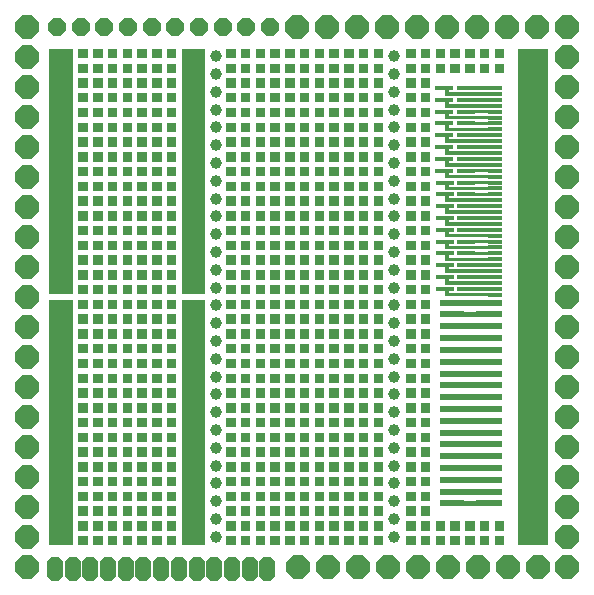
<source format=gbl>
G04 Layer_Physical_Order=2*
G04 Layer_Color=16711680*
%FSLAX44Y44*%
%MOMM*%
G71*
G01*
G75*
%ADD10P,1.6236X8X22.5*%
%ADD11P,2.1648X8X22.5*%
G04:AMPARAMS|DCode=12|XSize=1.3mm|YSize=2mm|CornerRadius=0mm|HoleSize=0mm|Usage=FLASHONLY|Rotation=0.000|XOffset=0mm|YOffset=0mm|HoleType=Round|Shape=Octagon|*
%AMOCTAGOND12*
4,1,8,-0.3250,1.0000,0.3250,1.0000,0.6500,0.6750,0.6500,-0.6750,0.3250,-1.0000,-0.3250,-1.0000,-0.6500,-0.6750,-0.6500,0.6750,-0.3250,1.0000,0.0*
%
%ADD12OCTAGOND12*%

%ADD13P,2.1648X8X112.5*%
%ADD14C,1.0000*%
%ADD15R,2.0000X0.5000*%
%ADD16R,2.2000X0.6000*%
%ADD17R,1.2000X0.3000*%
%ADD18R,1.5000X0.4000*%
G36*
X298000Y177500D02*
X290000D01*
Y185500D01*
X298000D01*
Y177500D01*
D02*
G37*
G36*
X310500D02*
X302500D01*
Y185500D01*
X310500D01*
Y177500D01*
D02*
G37*
G36*
X285500D02*
X277500D01*
Y185500D01*
X285500D01*
Y177500D01*
D02*
G37*
G36*
X260500D02*
X252500D01*
Y185500D01*
X260500D01*
Y177500D01*
D02*
G37*
G36*
X273000D02*
X265000D01*
Y185500D01*
X273000D01*
Y177500D01*
D02*
G37*
G36*
X323000D02*
X315000D01*
Y185500D01*
X323000D01*
Y177500D01*
D02*
G37*
G36*
X110500Y177500D02*
X102500D01*
Y185500D01*
X110500D01*
Y177500D01*
D02*
G37*
G36*
X123000D02*
X115000D01*
Y185500D01*
X123000D01*
Y177500D01*
D02*
G37*
G36*
X98000D02*
X90000D01*
Y185500D01*
X98000D01*
Y177500D01*
D02*
G37*
G36*
X73000D02*
X65000D01*
Y185500D01*
X73000D01*
Y177500D01*
D02*
G37*
G36*
X85500D02*
X77500D01*
Y185500D01*
X85500D01*
Y177500D01*
D02*
G37*
G36*
X248000Y177500D02*
X240000D01*
Y185500D01*
X248000D01*
Y177500D01*
D02*
G37*
G36*
X148000Y165000D02*
X140000D01*
Y173000D01*
X148000D01*
Y165000D01*
D02*
G37*
G36*
X350500D02*
X342500D01*
Y173000D01*
X350500D01*
Y165000D01*
D02*
G37*
G36*
X135500D02*
X127500D01*
Y173000D01*
X135500D01*
Y165000D01*
D02*
G37*
G36*
X110500D02*
X102500D01*
Y173000D01*
X110500D01*
Y165000D01*
D02*
G37*
G36*
X123000D02*
X115000D01*
Y173000D01*
X123000D01*
Y165000D01*
D02*
G37*
G36*
X363000D02*
X355000D01*
Y173000D01*
X363000D01*
Y165000D01*
D02*
G37*
G36*
X223000Y177500D02*
X215000D01*
Y185500D01*
X223000D01*
Y177500D01*
D02*
G37*
G36*
X235500D02*
X227500D01*
Y185500D01*
X235500D01*
Y177500D01*
D02*
G37*
G36*
X210500D02*
X202500D01*
Y185500D01*
X210500D01*
Y177500D01*
D02*
G37*
G36*
X410500Y173000D02*
X381000D01*
Y178000D01*
X410500D01*
Y173000D01*
D02*
G37*
G36*
X198000Y177500D02*
X190000D01*
Y185500D01*
X198000D01*
Y177500D01*
D02*
G37*
G36*
X135500Y177500D02*
X127500D01*
Y185500D01*
X135500D01*
Y177500D01*
D02*
G37*
G36*
X73000Y190000D02*
X65000D01*
Y198000D01*
X73000D01*
Y190000D01*
D02*
G37*
G36*
X85500D02*
X77500D01*
Y198000D01*
X85500D01*
Y190000D01*
D02*
G37*
G36*
X323000Y190000D02*
X315000D01*
Y198000D01*
X323000D01*
Y190000D01*
D02*
G37*
G36*
X298000D02*
X290000D01*
Y198000D01*
X298000D01*
Y190000D01*
D02*
G37*
G36*
X310500D02*
X302500D01*
Y198000D01*
X310500D01*
Y190000D01*
D02*
G37*
G36*
X98000Y190000D02*
X90000D01*
Y198000D01*
X98000D01*
Y190000D01*
D02*
G37*
G36*
X148000D02*
X140000D01*
Y198000D01*
X148000D01*
Y190000D01*
D02*
G37*
G36*
X350500D02*
X342500D01*
Y198000D01*
X350500D01*
Y190000D01*
D02*
G37*
G36*
X135500D02*
X127500D01*
Y198000D01*
X135500D01*
Y190000D01*
D02*
G37*
G36*
X110500D02*
X102500D01*
Y198000D01*
X110500D01*
Y190000D01*
D02*
G37*
G36*
X123000D02*
X115000D01*
Y198000D01*
X123000D01*
Y190000D01*
D02*
G37*
G36*
X285500Y190000D02*
X277500D01*
Y198000D01*
X285500D01*
Y190000D01*
D02*
G37*
G36*
X410500Y183000D02*
X381000D01*
Y188000D01*
X410500D01*
Y183000D01*
D02*
G37*
G36*
X198000Y190000D02*
X190000D01*
Y198000D01*
X198000D01*
Y190000D01*
D02*
G37*
G36*
X363000Y177500D02*
X355000D01*
Y185500D01*
X363000D01*
Y177500D01*
D02*
G37*
G36*
X148000D02*
X140000D01*
Y185500D01*
X148000D01*
Y177500D01*
D02*
G37*
G36*
X350500D02*
X342500D01*
Y185500D01*
X350500D01*
Y177500D01*
D02*
G37*
G36*
X210500Y190000D02*
X202500D01*
Y198000D01*
X210500D01*
Y190000D01*
D02*
G37*
G36*
X260500D02*
X252500D01*
Y198000D01*
X260500D01*
Y190000D01*
D02*
G37*
G36*
X273000D02*
X265000D01*
Y198000D01*
X273000D01*
Y190000D01*
D02*
G37*
G36*
X248000D02*
X240000D01*
Y198000D01*
X248000D01*
Y190000D01*
D02*
G37*
G36*
X223000D02*
X215000D01*
Y198000D01*
X223000D01*
Y190000D01*
D02*
G37*
G36*
X235500D02*
X227500D01*
Y198000D01*
X235500D01*
Y190000D01*
D02*
G37*
G36*
X248000Y152500D02*
X240000D01*
Y160500D01*
X248000D01*
Y152500D01*
D02*
G37*
G36*
X260500D02*
X252500D01*
Y160500D01*
X260500D01*
Y152500D01*
D02*
G37*
G36*
X235500D02*
X227500D01*
Y160500D01*
X235500D01*
Y152500D01*
D02*
G37*
G36*
X210500D02*
X202500D01*
Y160500D01*
X210500D01*
Y152500D01*
D02*
G37*
G36*
X223000D02*
X215000D01*
Y160500D01*
X223000D01*
Y152500D01*
D02*
G37*
G36*
X273000D02*
X265000D01*
Y160500D01*
X273000D01*
Y152500D01*
D02*
G37*
G36*
X323000D02*
X315000D01*
Y160500D01*
X323000D01*
Y152500D01*
D02*
G37*
G36*
X73000Y152500D02*
X65000D01*
Y160500D01*
X73000D01*
Y152500D01*
D02*
G37*
G36*
X310500Y152500D02*
X302500D01*
Y160500D01*
X310500D01*
Y152500D01*
D02*
G37*
G36*
X285500D02*
X277500D01*
Y160500D01*
X285500D01*
Y152500D01*
D02*
G37*
G36*
X298000D02*
X290000D01*
Y160500D01*
X298000D01*
Y152500D01*
D02*
G37*
G36*
X198000D02*
X190000D01*
Y160500D01*
X198000D01*
Y152500D01*
D02*
G37*
G36*
X98000Y140000D02*
X90000D01*
Y148000D01*
X98000D01*
Y140000D01*
D02*
G37*
G36*
X110500D02*
X102500D01*
Y148000D01*
X110500D01*
Y140000D01*
D02*
G37*
G36*
X85500D02*
X77500D01*
Y148000D01*
X85500D01*
Y140000D01*
D02*
G37*
G36*
X323000Y140000D02*
X315000D01*
Y148000D01*
X323000D01*
Y140000D01*
D02*
G37*
G36*
X73000Y140000D02*
X65000D01*
Y148000D01*
X73000D01*
Y140000D01*
D02*
G37*
G36*
X123000D02*
X115000D01*
Y148000D01*
X123000D01*
Y140000D01*
D02*
G37*
G36*
X363000D02*
X355000D01*
Y148000D01*
X363000D01*
Y140000D01*
D02*
G37*
G36*
X410500Y143000D02*
X381000D01*
Y148000D01*
X410500D01*
Y143000D01*
D02*
G37*
G36*
X350500Y140000D02*
X342500D01*
Y148000D01*
X350500D01*
Y140000D01*
D02*
G37*
G36*
X135500D02*
X127500D01*
Y148000D01*
X135500D01*
Y140000D01*
D02*
G37*
G36*
X148000D02*
X140000D01*
Y148000D01*
X148000D01*
Y140000D01*
D02*
G37*
G36*
X85500Y152500D02*
X77500D01*
Y160500D01*
X85500D01*
Y152500D01*
D02*
G37*
G36*
X273000Y165000D02*
X265000D01*
Y173000D01*
X273000D01*
Y165000D01*
D02*
G37*
G36*
X285500D02*
X277500D01*
Y173000D01*
X285500D01*
Y165000D01*
D02*
G37*
G36*
X260500D02*
X252500D01*
Y173000D01*
X260500D01*
Y165000D01*
D02*
G37*
G36*
X235500D02*
X227500D01*
Y173000D01*
X235500D01*
Y165000D01*
D02*
G37*
G36*
X248000D02*
X240000D01*
Y173000D01*
X248000D01*
Y165000D01*
D02*
G37*
G36*
X298000D02*
X290000D01*
Y173000D01*
X298000D01*
Y165000D01*
D02*
G37*
G36*
X85500Y165000D02*
X77500D01*
Y173000D01*
X85500D01*
Y165000D01*
D02*
G37*
G36*
X98000D02*
X90000D01*
Y173000D01*
X98000D01*
Y165000D01*
D02*
G37*
G36*
X73000D02*
X65000D01*
Y173000D01*
X73000D01*
Y165000D01*
D02*
G37*
G36*
X310500Y165000D02*
X302500D01*
Y173000D01*
X310500D01*
Y165000D01*
D02*
G37*
G36*
X323000D02*
X315000D01*
Y173000D01*
X323000D01*
Y165000D01*
D02*
G37*
G36*
X223000D02*
X215000D01*
Y173000D01*
X223000D01*
Y165000D01*
D02*
G37*
G36*
X135500Y152500D02*
X127500D01*
Y160500D01*
X135500D01*
Y152500D01*
D02*
G37*
G36*
X148000D02*
X140000D01*
Y160500D01*
X148000D01*
Y152500D01*
D02*
G37*
G36*
X123000D02*
X115000D01*
Y160500D01*
X123000D01*
Y152500D01*
D02*
G37*
G36*
X98000D02*
X90000D01*
Y160500D01*
X98000D01*
Y152500D01*
D02*
G37*
G36*
X110500D02*
X102500D01*
Y160500D01*
X110500D01*
Y152500D01*
D02*
G37*
G36*
X350500D02*
X342500D01*
Y160500D01*
X350500D01*
Y152500D01*
D02*
G37*
G36*
X198000Y165000D02*
X190000D01*
Y173000D01*
X198000D01*
Y165000D01*
D02*
G37*
G36*
X210500D02*
X202500D01*
Y173000D01*
X210500D01*
Y165000D01*
D02*
G37*
G36*
X410500Y163000D02*
X381000D01*
Y168000D01*
X410500D01*
Y163000D01*
D02*
G37*
G36*
X363000Y152500D02*
X355000D01*
Y160500D01*
X363000D01*
Y152500D01*
D02*
G37*
G36*
X410500Y153000D02*
X381000D01*
Y158000D01*
X410500D01*
Y153000D01*
D02*
G37*
G36*
X363000Y190000D02*
X355000D01*
Y198000D01*
X363000D01*
Y190000D01*
D02*
G37*
G36*
X350500Y227500D02*
X342500D01*
Y235500D01*
X350500D01*
Y227500D01*
D02*
G37*
G36*
X363000D02*
X355000D01*
Y235500D01*
X363000D01*
Y227500D01*
D02*
G37*
G36*
X148000D02*
X140000D01*
Y235500D01*
X148000D01*
Y227500D01*
D02*
G37*
G36*
X123000D02*
X115000D01*
Y235500D01*
X123000D01*
Y227500D01*
D02*
G37*
G36*
X135500D02*
X127500D01*
Y235500D01*
X135500D01*
Y227500D01*
D02*
G37*
G36*
X410500Y233000D02*
X381000D01*
Y238000D01*
X410500D01*
Y233000D01*
D02*
G37*
G36*
X235500Y240000D02*
X227500D01*
Y248000D01*
X235500D01*
Y240000D01*
D02*
G37*
G36*
X248000D02*
X240000D01*
Y248000D01*
X248000D01*
Y240000D01*
D02*
G37*
G36*
X223000D02*
X215000D01*
Y248000D01*
X223000D01*
Y240000D01*
D02*
G37*
G36*
X198000D02*
X190000D01*
Y248000D01*
X198000D01*
Y240000D01*
D02*
G37*
G36*
X210500D02*
X202500D01*
Y248000D01*
X210500D01*
Y240000D01*
D02*
G37*
G36*
X110500Y227500D02*
X102500D01*
Y235500D01*
X110500D01*
Y227500D01*
D02*
G37*
G36*
X273000Y227500D02*
X265000D01*
Y235500D01*
X273000D01*
Y227500D01*
D02*
G37*
G36*
X285500D02*
X277500D01*
Y235500D01*
X285500D01*
Y227500D01*
D02*
G37*
G36*
X260500D02*
X252500D01*
Y235500D01*
X260500D01*
Y227500D01*
D02*
G37*
G36*
X235500D02*
X227500D01*
Y235500D01*
X235500D01*
Y227500D01*
D02*
G37*
G36*
X248000D02*
X240000D01*
Y235500D01*
X248000D01*
Y227500D01*
D02*
G37*
G36*
X298000D02*
X290000D01*
Y235500D01*
X298000D01*
Y227500D01*
D02*
G37*
G36*
X85500Y227500D02*
X77500D01*
Y235500D01*
X85500D01*
Y227500D01*
D02*
G37*
G36*
X98000D02*
X90000D01*
Y235500D01*
X98000D01*
Y227500D01*
D02*
G37*
G36*
X73000D02*
X65000D01*
Y235500D01*
X73000D01*
Y227500D01*
D02*
G37*
G36*
X310500Y227500D02*
X302500D01*
Y235500D01*
X310500D01*
Y227500D01*
D02*
G37*
G36*
X323000D02*
X315000D01*
Y235500D01*
X323000D01*
Y227500D01*
D02*
G37*
G36*
X260500Y240000D02*
X252500D01*
Y248000D01*
X260500D01*
Y240000D01*
D02*
G37*
G36*
X379000Y253750D02*
X423750D01*
Y250750D01*
X375000D01*
Y253750D01*
Y257500D01*
X379000D01*
Y253750D01*
D02*
G37*
G36*
X198000Y252500D02*
X190000D01*
Y260500D01*
X198000D01*
Y252500D01*
D02*
G37*
G36*
X410500Y243000D02*
X381000D01*
Y248000D01*
X410500D01*
Y243000D01*
D02*
G37*
G36*
X350500Y240000D02*
X342500D01*
Y248000D01*
X350500D01*
Y240000D01*
D02*
G37*
G36*
X363000D02*
X355000D01*
Y248000D01*
X363000D01*
Y240000D01*
D02*
G37*
G36*
X210500Y252500D02*
X202500D01*
Y260500D01*
X210500D01*
Y252500D01*
D02*
G37*
G36*
X260500D02*
X252500D01*
Y260500D01*
X260500D01*
Y252500D01*
D02*
G37*
G36*
X273000D02*
X265000D01*
Y260500D01*
X273000D01*
Y252500D01*
D02*
G37*
G36*
X248000D02*
X240000D01*
Y260500D01*
X248000D01*
Y252500D01*
D02*
G37*
G36*
X223000D02*
X215000D01*
Y260500D01*
X223000D01*
Y252500D01*
D02*
G37*
G36*
X235500D02*
X227500D01*
Y260500D01*
X235500D01*
Y252500D01*
D02*
G37*
G36*
X148000Y240000D02*
X140000D01*
Y248000D01*
X148000D01*
Y240000D01*
D02*
G37*
G36*
X310500Y240000D02*
X302500D01*
Y248000D01*
X310500D01*
Y240000D01*
D02*
G37*
G36*
X323000D02*
X315000D01*
Y248000D01*
X323000D01*
Y240000D01*
D02*
G37*
G36*
X298000D02*
X290000D01*
Y248000D01*
X298000D01*
Y240000D01*
D02*
G37*
G36*
X273000D02*
X265000D01*
Y248000D01*
X273000D01*
Y240000D01*
D02*
G37*
G36*
X285500D02*
X277500D01*
Y248000D01*
X285500D01*
Y240000D01*
D02*
G37*
G36*
X73000Y240000D02*
X65000D01*
Y248000D01*
X73000D01*
Y240000D01*
D02*
G37*
G36*
X123000D02*
X115000D01*
Y248000D01*
X123000D01*
Y240000D01*
D02*
G37*
G36*
X135500D02*
X127500D01*
Y248000D01*
X135500D01*
Y240000D01*
D02*
G37*
G36*
X110500D02*
X102500D01*
Y248000D01*
X110500D01*
Y240000D01*
D02*
G37*
G36*
X85500D02*
X77500D01*
Y248000D01*
X85500D01*
Y240000D01*
D02*
G37*
G36*
X98000D02*
X90000D01*
Y248000D01*
X98000D01*
Y240000D01*
D02*
G37*
G36*
X110500Y202500D02*
X102500D01*
Y210500D01*
X110500D01*
Y202500D01*
D02*
G37*
G36*
X123000D02*
X115000D01*
Y210500D01*
X123000D01*
Y202500D01*
D02*
G37*
G36*
X98000D02*
X90000D01*
Y210500D01*
X98000D01*
Y202500D01*
D02*
G37*
G36*
X73000D02*
X65000D01*
Y210500D01*
X73000D01*
Y202500D01*
D02*
G37*
G36*
X85500D02*
X77500D01*
Y210500D01*
X85500D01*
Y202500D01*
D02*
G37*
G36*
X135500D02*
X127500D01*
Y210500D01*
X135500D01*
Y202500D01*
D02*
G37*
G36*
X410500Y203000D02*
X381000D01*
Y208000D01*
X410500D01*
Y203000D01*
D02*
G37*
G36*
Y213000D02*
X381000D01*
Y218000D01*
X410500D01*
Y213000D01*
D02*
G37*
G36*
X363000Y202500D02*
X355000D01*
Y210500D01*
X363000D01*
Y202500D01*
D02*
G37*
G36*
X148000D02*
X140000D01*
Y210500D01*
X148000D01*
Y202500D01*
D02*
G37*
G36*
X350500D02*
X342500D01*
Y210500D01*
X350500D01*
Y202500D01*
D02*
G37*
G36*
X323000Y202500D02*
X315000D01*
Y210500D01*
X323000D01*
Y202500D01*
D02*
G37*
G36*
X223000D02*
X215000D01*
Y210500D01*
X223000D01*
Y202500D01*
D02*
G37*
G36*
X235500D02*
X227500D01*
Y210500D01*
X235500D01*
Y202500D01*
D02*
G37*
G36*
X210500D02*
X202500D01*
Y210500D01*
X210500D01*
Y202500D01*
D02*
G37*
G36*
X410500Y193000D02*
X381000D01*
Y198000D01*
X410500D01*
Y193000D01*
D02*
G37*
G36*
X198000Y202500D02*
X190000D01*
Y210500D01*
X198000D01*
Y202500D01*
D02*
G37*
G36*
X248000D02*
X240000D01*
Y210500D01*
X248000D01*
Y202500D01*
D02*
G37*
G36*
X298000D02*
X290000D01*
Y210500D01*
X298000D01*
Y202500D01*
D02*
G37*
G36*
X310500D02*
X302500D01*
Y210500D01*
X310500D01*
Y202500D01*
D02*
G37*
G36*
X285500D02*
X277500D01*
Y210500D01*
X285500D01*
Y202500D01*
D02*
G37*
G36*
X260500D02*
X252500D01*
Y210500D01*
X260500D01*
Y202500D01*
D02*
G37*
G36*
X273000D02*
X265000D01*
Y210500D01*
X273000D01*
Y202500D01*
D02*
G37*
G36*
X198000Y215000D02*
X190000D01*
Y223000D01*
X198000D01*
Y215000D01*
D02*
G37*
G36*
X135500Y215000D02*
X127500D01*
Y223000D01*
X135500D01*
Y215000D01*
D02*
G37*
G36*
X148000D02*
X140000D01*
Y223000D01*
X148000D01*
Y215000D01*
D02*
G37*
G36*
X123000D02*
X115000D01*
Y223000D01*
X123000D01*
Y215000D01*
D02*
G37*
G36*
X98000D02*
X90000D01*
Y223000D01*
X98000D01*
Y215000D01*
D02*
G37*
G36*
X110500D02*
X102500D01*
Y223000D01*
X110500D01*
Y215000D01*
D02*
G37*
G36*
X350500D02*
X342500D01*
Y223000D01*
X350500D01*
Y215000D01*
D02*
G37*
G36*
X210500Y227500D02*
X202500D01*
Y235500D01*
X210500D01*
Y227500D01*
D02*
G37*
G36*
X223000D02*
X215000D01*
Y235500D01*
X223000D01*
Y227500D01*
D02*
G37*
G36*
X198000D02*
X190000D01*
Y235500D01*
X198000D01*
Y227500D01*
D02*
G37*
G36*
X363000Y215000D02*
X355000D01*
Y223000D01*
X363000D01*
Y215000D01*
D02*
G37*
G36*
X410500Y223000D02*
X381000D01*
Y228000D01*
X410500D01*
Y223000D01*
D02*
G37*
G36*
X85500Y215000D02*
X77500D01*
Y223000D01*
X85500D01*
Y215000D01*
D02*
G37*
G36*
X248000Y215000D02*
X240000D01*
Y223000D01*
X248000D01*
Y215000D01*
D02*
G37*
G36*
X260500D02*
X252500D01*
Y223000D01*
X260500D01*
Y215000D01*
D02*
G37*
G36*
X235500D02*
X227500D01*
Y223000D01*
X235500D01*
Y215000D01*
D02*
G37*
G36*
X210500D02*
X202500D01*
Y223000D01*
X210500D01*
Y215000D01*
D02*
G37*
G36*
X223000D02*
X215000D01*
Y223000D01*
X223000D01*
Y215000D01*
D02*
G37*
G36*
X273000D02*
X265000D01*
Y223000D01*
X273000D01*
Y215000D01*
D02*
G37*
G36*
X323000D02*
X315000D01*
Y223000D01*
X323000D01*
Y215000D01*
D02*
G37*
G36*
X73000Y215000D02*
X65000D01*
Y223000D01*
X73000D01*
Y215000D01*
D02*
G37*
G36*
X310500Y215000D02*
X302500D01*
Y223000D01*
X310500D01*
Y215000D01*
D02*
G37*
G36*
X285500D02*
X277500D01*
Y223000D01*
X285500D01*
Y215000D01*
D02*
G37*
G36*
X298000D02*
X290000D01*
Y223000D01*
X298000D01*
Y215000D01*
D02*
G37*
G36*
X310500Y140000D02*
X302500D01*
Y148000D01*
X310500D01*
Y140000D01*
D02*
G37*
G36*
Y65000D02*
X302500D01*
Y73000D01*
X310500D01*
Y65000D01*
D02*
G37*
G36*
X323000D02*
X315000D01*
Y73000D01*
X323000D01*
Y65000D01*
D02*
G37*
G36*
X298000D02*
X290000D01*
Y73000D01*
X298000D01*
Y65000D01*
D02*
G37*
G36*
X273000D02*
X265000D01*
Y73000D01*
X273000D01*
Y65000D01*
D02*
G37*
G36*
X285500D02*
X277500D01*
Y73000D01*
X285500D01*
Y65000D01*
D02*
G37*
G36*
X73000Y65000D02*
X65000D01*
Y73000D01*
X73000D01*
Y65000D01*
D02*
G37*
G36*
X123000D02*
X115000D01*
Y73000D01*
X123000D01*
Y65000D01*
D02*
G37*
G36*
X135500D02*
X127500D01*
Y73000D01*
X135500D01*
Y65000D01*
D02*
G37*
G36*
X110500D02*
X102500D01*
Y73000D01*
X110500D01*
Y65000D01*
D02*
G37*
G36*
X85500D02*
X77500D01*
Y73000D01*
X85500D01*
Y65000D01*
D02*
G37*
G36*
X98000D02*
X90000D01*
Y73000D01*
X98000D01*
Y65000D01*
D02*
G37*
G36*
X260500Y65000D02*
X252500D01*
Y73000D01*
X260500D01*
Y65000D01*
D02*
G37*
G36*
X148000Y52500D02*
X140000D01*
Y60500D01*
X148000D01*
Y52500D01*
D02*
G37*
G36*
X350500D02*
X342500D01*
Y60500D01*
X350500D01*
Y52500D01*
D02*
G37*
G36*
X135500D02*
X127500D01*
Y60500D01*
X135500D01*
Y52500D01*
D02*
G37*
G36*
X110500D02*
X102500D01*
Y60500D01*
X110500D01*
Y52500D01*
D02*
G37*
G36*
X123000D02*
X115000D01*
Y60500D01*
X123000D01*
Y52500D01*
D02*
G37*
G36*
X363000D02*
X355000D01*
Y60500D01*
X363000D01*
Y52500D01*
D02*
G37*
G36*
X235500Y65000D02*
X227500D01*
Y73000D01*
X235500D01*
Y65000D01*
D02*
G37*
G36*
X248000D02*
X240000D01*
Y73000D01*
X248000D01*
Y65000D01*
D02*
G37*
G36*
X223000D02*
X215000D01*
Y73000D01*
X223000D01*
Y65000D01*
D02*
G37*
G36*
X198000D02*
X190000D01*
Y73000D01*
X198000D01*
Y65000D01*
D02*
G37*
G36*
X210500D02*
X202500D01*
Y73000D01*
X210500D01*
Y65000D01*
D02*
G37*
G36*
X148000Y65000D02*
X140000D01*
Y73000D01*
X148000D01*
Y65000D01*
D02*
G37*
G36*
X85500Y77500D02*
X77500D01*
Y85500D01*
X85500D01*
Y77500D01*
D02*
G37*
G36*
X98000D02*
X90000D01*
Y85500D01*
X98000D01*
Y77500D01*
D02*
G37*
G36*
X73000D02*
X65000D01*
Y85500D01*
X73000D01*
Y77500D01*
D02*
G37*
G36*
X310500Y77500D02*
X302500D01*
Y85500D01*
X310500D01*
Y77500D01*
D02*
G37*
G36*
X323000D02*
X315000D01*
Y85500D01*
X323000D01*
Y77500D01*
D02*
G37*
G36*
X110500Y77500D02*
X102500D01*
Y85500D01*
X110500D01*
Y77500D01*
D02*
G37*
G36*
X350500D02*
X342500D01*
Y85500D01*
X350500D01*
Y77500D01*
D02*
G37*
G36*
X363000D02*
X355000D01*
Y85500D01*
X363000D01*
Y77500D01*
D02*
G37*
G36*
X148000D02*
X140000D01*
Y85500D01*
X148000D01*
Y77500D01*
D02*
G37*
G36*
X123000D02*
X115000D01*
Y85500D01*
X123000D01*
Y77500D01*
D02*
G37*
G36*
X135500D02*
X127500D01*
Y85500D01*
X135500D01*
Y77500D01*
D02*
G37*
G36*
X298000Y77500D02*
X290000D01*
Y85500D01*
X298000D01*
Y77500D01*
D02*
G37*
G36*
X198000D02*
X190000D01*
Y85500D01*
X198000D01*
Y77500D01*
D02*
G37*
G36*
X210500D02*
X202500D01*
Y85500D01*
X210500D01*
Y77500D01*
D02*
G37*
G36*
X410500Y73000D02*
X381000D01*
Y78000D01*
X410500D01*
Y73000D01*
D02*
G37*
G36*
X350500Y65000D02*
X342500D01*
Y73000D01*
X350500D01*
Y65000D01*
D02*
G37*
G36*
X363000D02*
X355000D01*
Y73000D01*
X363000D01*
Y65000D01*
D02*
G37*
G36*
X223000Y77500D02*
X215000D01*
Y85500D01*
X223000D01*
Y77500D01*
D02*
G37*
G36*
X273000D02*
X265000D01*
Y85500D01*
X273000D01*
Y77500D01*
D02*
G37*
G36*
X285500D02*
X277500D01*
Y85500D01*
X285500D01*
Y77500D01*
D02*
G37*
G36*
X260500D02*
X252500D01*
Y85500D01*
X260500D01*
Y77500D01*
D02*
G37*
G36*
X235500D02*
X227500D01*
Y85500D01*
X235500D01*
Y77500D01*
D02*
G37*
G36*
X248000D02*
X240000D01*
Y85500D01*
X248000D01*
Y77500D01*
D02*
G37*
G36*
X388000Y40000D02*
X380000D01*
Y48000D01*
X388000D01*
Y40000D01*
D02*
G37*
G36*
X400500D02*
X392500D01*
Y48000D01*
X400500D01*
Y40000D01*
D02*
G37*
G36*
X375500D02*
X367500D01*
Y48000D01*
X375500D01*
Y40000D01*
D02*
G37*
G36*
X310500D02*
X302500D01*
Y48000D01*
X310500D01*
Y40000D01*
D02*
G37*
G36*
X323000D02*
X315000D01*
Y48000D01*
X323000D01*
Y40000D01*
D02*
G37*
G36*
X413000D02*
X405000D01*
Y48000D01*
X413000D01*
Y40000D01*
D02*
G37*
G36*
X98000Y40000D02*
X90000D01*
Y48000D01*
X98000D01*
Y40000D01*
D02*
G37*
G36*
X110500D02*
X102500D01*
Y48000D01*
X110500D01*
Y40000D01*
D02*
G37*
G36*
X85500D02*
X77500D01*
Y48000D01*
X85500D01*
Y40000D01*
D02*
G37*
G36*
X425500Y40000D02*
X417500D01*
Y48000D01*
X425500D01*
Y40000D01*
D02*
G37*
G36*
X73000Y40000D02*
X65000D01*
Y48000D01*
X73000D01*
Y40000D01*
D02*
G37*
G36*
X298000Y40000D02*
X290000D01*
Y48000D01*
X298000D01*
Y40000D01*
D02*
G37*
G36*
X198000D02*
X190000D01*
Y48000D01*
X198000D01*
Y40000D01*
D02*
G37*
G36*
X210500D02*
X202500D01*
Y48000D01*
X210500D01*
Y40000D01*
D02*
G37*
G36*
X172500D02*
X152500D01*
Y247500D01*
X172500D01*
Y40000D01*
D02*
G37*
G36*
X462500Y40000D02*
X437500D01*
Y460500D01*
X462500D01*
Y40000D01*
D02*
G37*
G36*
X60000Y40000D02*
X40000D01*
Y247500D01*
X60000D01*
Y40000D01*
D02*
G37*
G36*
X223000D02*
X215000D01*
Y48000D01*
X223000D01*
Y40000D01*
D02*
G37*
G36*
X273000D02*
X265000D01*
Y48000D01*
X273000D01*
Y40000D01*
D02*
G37*
G36*
X285500D02*
X277500D01*
Y48000D01*
X285500D01*
Y40000D01*
D02*
G37*
G36*
X260500D02*
X252500D01*
Y48000D01*
X260500D01*
Y40000D01*
D02*
G37*
G36*
X235500D02*
X227500D01*
Y48000D01*
X235500D01*
Y40000D01*
D02*
G37*
G36*
X248000D02*
X240000D01*
Y48000D01*
X248000D01*
Y40000D01*
D02*
G37*
G36*
X123000Y40000D02*
X115000D01*
Y48000D01*
X123000D01*
Y40000D01*
D02*
G37*
G36*
X375500Y52500D02*
X367500D01*
Y60500D01*
X375500D01*
Y52500D01*
D02*
G37*
G36*
X388000D02*
X380000D01*
Y60500D01*
X388000D01*
Y52500D01*
D02*
G37*
G36*
X323000D02*
X315000D01*
Y60500D01*
X323000D01*
Y52500D01*
D02*
G37*
G36*
X298000D02*
X290000D01*
Y60500D01*
X298000D01*
Y52500D01*
D02*
G37*
G36*
X310500D02*
X302500D01*
Y60500D01*
X310500D01*
Y52500D01*
D02*
G37*
G36*
X400500D02*
X392500D01*
Y60500D01*
X400500D01*
Y52500D01*
D02*
G37*
G36*
X85500Y52500D02*
X77500D01*
Y60500D01*
X85500D01*
Y52500D01*
D02*
G37*
G36*
X98000D02*
X90000D01*
Y60500D01*
X98000D01*
Y52500D01*
D02*
G37*
G36*
X73000D02*
X65000D01*
Y60500D01*
X73000D01*
Y52500D01*
D02*
G37*
G36*
X413000Y52500D02*
X405000D01*
Y60500D01*
X413000D01*
Y52500D01*
D02*
G37*
G36*
X425500D02*
X417500D01*
Y60500D01*
X425500D01*
Y52500D01*
D02*
G37*
G36*
X285500D02*
X277500D01*
Y60500D01*
X285500D01*
Y52500D01*
D02*
G37*
G36*
X363000Y40000D02*
X355000D01*
Y48000D01*
X363000D01*
Y40000D01*
D02*
G37*
G36*
X198000Y52500D02*
X190000D01*
Y60500D01*
X198000D01*
Y52500D01*
D02*
G37*
G36*
X350500Y40000D02*
X342500D01*
Y48000D01*
X350500D01*
Y40000D01*
D02*
G37*
G36*
X135500D02*
X127500D01*
Y48000D01*
X135500D01*
Y40000D01*
D02*
G37*
G36*
X148000D02*
X140000D01*
Y48000D01*
X148000D01*
Y40000D01*
D02*
G37*
G36*
X210500Y52500D02*
X202500D01*
Y60500D01*
X210500D01*
Y52500D01*
D02*
G37*
G36*
X260500D02*
X252500D01*
Y60500D01*
X260500D01*
Y52500D01*
D02*
G37*
G36*
X273000D02*
X265000D01*
Y60500D01*
X273000D01*
Y52500D01*
D02*
G37*
G36*
X248000D02*
X240000D01*
Y60500D01*
X248000D01*
Y52500D01*
D02*
G37*
G36*
X223000D02*
X215000D01*
Y60500D01*
X223000D01*
Y52500D01*
D02*
G37*
G36*
X235500D02*
X227500D01*
Y60500D01*
X235500D01*
Y52500D01*
D02*
G37*
G36*
X410500Y83000D02*
X381000D01*
Y88000D01*
X410500D01*
Y83000D01*
D02*
G37*
G36*
X363000Y115000D02*
X355000D01*
Y123000D01*
X363000D01*
Y115000D01*
D02*
G37*
G36*
X410500Y123000D02*
X381000D01*
Y128000D01*
X410500D01*
Y123000D01*
D02*
G37*
G36*
X350500Y115000D02*
X342500D01*
Y123000D01*
X350500D01*
Y115000D01*
D02*
G37*
G36*
X135500D02*
X127500D01*
Y123000D01*
X135500D01*
Y115000D01*
D02*
G37*
G36*
X148000D02*
X140000D01*
Y123000D01*
X148000D01*
Y115000D01*
D02*
G37*
G36*
X198000Y127500D02*
X190000D01*
Y135500D01*
X198000D01*
Y127500D01*
D02*
G37*
G36*
X248000D02*
X240000D01*
Y135500D01*
X248000D01*
Y127500D01*
D02*
G37*
G36*
X260500D02*
X252500D01*
Y135500D01*
X260500D01*
Y127500D01*
D02*
G37*
G36*
X235500D02*
X227500D01*
Y135500D01*
X235500D01*
Y127500D01*
D02*
G37*
G36*
X210500D02*
X202500D01*
Y135500D01*
X210500D01*
Y127500D01*
D02*
G37*
G36*
X223000D02*
X215000D01*
Y135500D01*
X223000D01*
Y127500D01*
D02*
G37*
G36*
X123000Y115000D02*
X115000D01*
Y123000D01*
X123000D01*
Y115000D01*
D02*
G37*
G36*
X285500Y115000D02*
X277500D01*
Y123000D01*
X285500D01*
Y115000D01*
D02*
G37*
G36*
X298000D02*
X290000D01*
Y123000D01*
X298000D01*
Y115000D01*
D02*
G37*
G36*
X273000D02*
X265000D01*
Y123000D01*
X273000D01*
Y115000D01*
D02*
G37*
G36*
X248000D02*
X240000D01*
Y123000D01*
X248000D01*
Y115000D01*
D02*
G37*
G36*
X260500D02*
X252500D01*
Y123000D01*
X260500D01*
Y115000D01*
D02*
G37*
G36*
X310500D02*
X302500D01*
Y123000D01*
X310500D01*
Y115000D01*
D02*
G37*
G36*
X98000Y115000D02*
X90000D01*
Y123000D01*
X98000D01*
Y115000D01*
D02*
G37*
G36*
X110500D02*
X102500D01*
Y123000D01*
X110500D01*
Y115000D01*
D02*
G37*
G36*
X85500D02*
X77500D01*
Y123000D01*
X85500D01*
Y115000D01*
D02*
G37*
G36*
X323000Y115000D02*
X315000D01*
Y123000D01*
X323000D01*
Y115000D01*
D02*
G37*
G36*
X73000Y115000D02*
X65000D01*
Y123000D01*
X73000D01*
Y115000D01*
D02*
G37*
G36*
X273000Y127500D02*
X265000D01*
Y135500D01*
X273000D01*
Y127500D01*
D02*
G37*
G36*
X210500Y140000D02*
X202500D01*
Y148000D01*
X210500D01*
Y140000D01*
D02*
G37*
G36*
X223000D02*
X215000D01*
Y148000D01*
X223000D01*
Y140000D01*
D02*
G37*
G36*
X198000D02*
X190000D01*
Y148000D01*
X198000D01*
Y140000D01*
D02*
G37*
G36*
X363000Y127500D02*
X355000D01*
Y135500D01*
X363000D01*
Y127500D01*
D02*
G37*
G36*
X410500Y133000D02*
X381000D01*
Y138000D01*
X410500D01*
Y133000D01*
D02*
G37*
G36*
X235500Y140000D02*
X227500D01*
Y148000D01*
X235500D01*
Y140000D01*
D02*
G37*
G36*
X285500D02*
X277500D01*
Y148000D01*
X285500D01*
Y140000D01*
D02*
G37*
G36*
X298000D02*
X290000D01*
Y148000D01*
X298000D01*
Y140000D01*
D02*
G37*
G36*
X273000D02*
X265000D01*
Y148000D01*
X273000D01*
Y140000D01*
D02*
G37*
G36*
X248000D02*
X240000D01*
Y148000D01*
X248000D01*
Y140000D01*
D02*
G37*
G36*
X260500D02*
X252500D01*
Y148000D01*
X260500D01*
Y140000D01*
D02*
G37*
G36*
X350500Y127500D02*
X342500D01*
Y135500D01*
X350500D01*
Y127500D01*
D02*
G37*
G36*
X323000Y127500D02*
X315000D01*
Y135500D01*
X323000D01*
Y127500D01*
D02*
G37*
G36*
X73000Y127500D02*
X65000D01*
Y135500D01*
X73000D01*
Y127500D01*
D02*
G37*
G36*
X310500Y127500D02*
X302500D01*
Y135500D01*
X310500D01*
Y127500D01*
D02*
G37*
G36*
X285500D02*
X277500D01*
Y135500D01*
X285500D01*
Y127500D01*
D02*
G37*
G36*
X298000D02*
X290000D01*
Y135500D01*
X298000D01*
Y127500D01*
D02*
G37*
G36*
X85500Y127500D02*
X77500D01*
Y135500D01*
X85500D01*
Y127500D01*
D02*
G37*
G36*
X135500D02*
X127500D01*
Y135500D01*
X135500D01*
Y127500D01*
D02*
G37*
G36*
X148000D02*
X140000D01*
Y135500D01*
X148000D01*
Y127500D01*
D02*
G37*
G36*
X123000D02*
X115000D01*
Y135500D01*
X123000D01*
Y127500D01*
D02*
G37*
G36*
X98000D02*
X90000D01*
Y135500D01*
X98000D01*
Y127500D01*
D02*
G37*
G36*
X110500D02*
X102500D01*
Y135500D01*
X110500D01*
Y127500D01*
D02*
G37*
G36*
X123000Y90000D02*
X115000D01*
Y98000D01*
X123000D01*
Y90000D01*
D02*
G37*
G36*
X135500D02*
X127500D01*
Y98000D01*
X135500D01*
Y90000D01*
D02*
G37*
G36*
X110500D02*
X102500D01*
Y98000D01*
X110500D01*
Y90000D01*
D02*
G37*
G36*
X85500D02*
X77500D01*
Y98000D01*
X85500D01*
Y90000D01*
D02*
G37*
G36*
X98000D02*
X90000D01*
Y98000D01*
X98000D01*
Y90000D01*
D02*
G37*
G36*
X148000D02*
X140000D01*
Y98000D01*
X148000D01*
Y90000D01*
D02*
G37*
G36*
X198000Y102500D02*
X190000D01*
Y110500D01*
X198000D01*
Y102500D01*
D02*
G37*
G36*
X210500D02*
X202500D01*
Y110500D01*
X210500D01*
Y102500D01*
D02*
G37*
G36*
X410500Y93000D02*
X381000D01*
Y98000D01*
X410500D01*
Y93000D01*
D02*
G37*
G36*
X350500Y90000D02*
X342500D01*
Y98000D01*
X350500D01*
Y90000D01*
D02*
G37*
G36*
X363000D02*
X355000D01*
Y98000D01*
X363000D01*
Y90000D01*
D02*
G37*
G36*
X73000D02*
X65000D01*
Y98000D01*
X73000D01*
Y90000D01*
D02*
G37*
G36*
X235500Y90000D02*
X227500D01*
Y98000D01*
X235500D01*
Y90000D01*
D02*
G37*
G36*
X248000D02*
X240000D01*
Y98000D01*
X248000D01*
Y90000D01*
D02*
G37*
G36*
X223000D02*
X215000D01*
Y98000D01*
X223000D01*
Y90000D01*
D02*
G37*
G36*
X198000D02*
X190000D01*
Y98000D01*
X198000D01*
Y90000D01*
D02*
G37*
G36*
X210500D02*
X202500D01*
Y98000D01*
X210500D01*
Y90000D01*
D02*
G37*
G36*
X260500D02*
X252500D01*
Y98000D01*
X260500D01*
Y90000D01*
D02*
G37*
G36*
X310500D02*
X302500D01*
Y98000D01*
X310500D01*
Y90000D01*
D02*
G37*
G36*
X323000D02*
X315000D01*
Y98000D01*
X323000D01*
Y90000D01*
D02*
G37*
G36*
X298000D02*
X290000D01*
Y98000D01*
X298000D01*
Y90000D01*
D02*
G37*
G36*
X273000D02*
X265000D01*
Y98000D01*
X273000D01*
Y90000D01*
D02*
G37*
G36*
X285500D02*
X277500D01*
Y98000D01*
X285500D01*
Y90000D01*
D02*
G37*
G36*
X223000Y102500D02*
X215000D01*
Y110500D01*
X223000D01*
Y102500D01*
D02*
G37*
G36*
X350500Y102500D02*
X342500D01*
Y110500D01*
X350500D01*
Y102500D01*
D02*
G37*
G36*
X363000D02*
X355000D01*
Y110500D01*
X363000D01*
Y102500D01*
D02*
G37*
G36*
X148000D02*
X140000D01*
Y110500D01*
X148000D01*
Y102500D01*
D02*
G37*
G36*
X123000D02*
X115000D01*
Y110500D01*
X123000D01*
Y102500D01*
D02*
G37*
G36*
X135500D02*
X127500D01*
Y110500D01*
X135500D01*
Y102500D01*
D02*
G37*
G36*
X410500Y103000D02*
X381000D01*
Y108000D01*
X410500D01*
Y103000D01*
D02*
G37*
G36*
X223000Y115000D02*
X215000D01*
Y123000D01*
X223000D01*
Y115000D01*
D02*
G37*
G36*
X235500D02*
X227500D01*
Y123000D01*
X235500D01*
Y115000D01*
D02*
G37*
G36*
X210500D02*
X202500D01*
Y123000D01*
X210500D01*
Y115000D01*
D02*
G37*
G36*
X410500Y113000D02*
X381000D01*
Y118000D01*
X410500D01*
Y113000D01*
D02*
G37*
G36*
X198000Y115000D02*
X190000D01*
Y123000D01*
X198000D01*
Y115000D01*
D02*
G37*
G36*
X110500Y102500D02*
X102500D01*
Y110500D01*
X110500D01*
Y102500D01*
D02*
G37*
G36*
X273000Y102500D02*
X265000D01*
Y110500D01*
X273000D01*
Y102500D01*
D02*
G37*
G36*
X285500D02*
X277500D01*
Y110500D01*
X285500D01*
Y102500D01*
D02*
G37*
G36*
X260500D02*
X252500D01*
Y110500D01*
X260500D01*
Y102500D01*
D02*
G37*
G36*
X235500D02*
X227500D01*
Y110500D01*
X235500D01*
Y102500D01*
D02*
G37*
G36*
X248000D02*
X240000D01*
Y110500D01*
X248000D01*
Y102500D01*
D02*
G37*
G36*
X298000D02*
X290000D01*
Y110500D01*
X298000D01*
Y102500D01*
D02*
G37*
G36*
X85500Y102500D02*
X77500D01*
Y110500D01*
X85500D01*
Y102500D01*
D02*
G37*
G36*
X98000D02*
X90000D01*
Y110500D01*
X98000D01*
Y102500D01*
D02*
G37*
G36*
X73000D02*
X65000D01*
Y110500D01*
X73000D01*
Y102500D01*
D02*
G37*
G36*
X310500Y102500D02*
X302500D01*
Y110500D01*
X310500D01*
Y102500D01*
D02*
G37*
G36*
X323000D02*
X315000D01*
Y110500D01*
X323000D01*
Y102500D01*
D02*
G37*
G36*
X285500Y252500D02*
X277500D01*
Y260500D01*
X285500D01*
Y252500D01*
D02*
G37*
G36*
X73000Y390000D02*
X65000D01*
Y398000D01*
X73000D01*
Y390000D01*
D02*
G37*
G36*
X85500D02*
X77500D01*
Y398000D01*
X85500D01*
Y390000D01*
D02*
G37*
G36*
X323000Y390000D02*
X315000D01*
Y398000D01*
X323000D01*
Y390000D01*
D02*
G37*
G36*
X298000D02*
X290000D01*
Y398000D01*
X298000D01*
Y390000D01*
D02*
G37*
G36*
X310500D02*
X302500D01*
Y398000D01*
X310500D01*
Y390000D01*
D02*
G37*
G36*
X98000Y390000D02*
X90000D01*
Y398000D01*
X98000D01*
Y390000D01*
D02*
G37*
G36*
X148000D02*
X140000D01*
Y398000D01*
X148000D01*
Y390000D01*
D02*
G37*
G36*
X350500D02*
X342500D01*
Y398000D01*
X350500D01*
Y390000D01*
D02*
G37*
G36*
X135500D02*
X127500D01*
Y398000D01*
X135500D01*
Y390000D01*
D02*
G37*
G36*
X110500D02*
X102500D01*
Y398000D01*
X110500D01*
Y390000D01*
D02*
G37*
G36*
X123000D02*
X115000D01*
Y398000D01*
X123000D01*
Y390000D01*
D02*
G37*
G36*
X285500Y390000D02*
X277500D01*
Y398000D01*
X285500D01*
Y390000D01*
D02*
G37*
G36*
X423750Y385750D02*
X400500D01*
Y388750D01*
X423750D01*
Y385750D01*
D02*
G37*
G36*
X198000Y390000D02*
X190000D01*
Y398000D01*
X198000D01*
Y390000D01*
D02*
G37*
G36*
X379000Y383750D02*
X423750D01*
Y380750D01*
X375000D01*
Y387500D01*
X379000D01*
Y383750D01*
D02*
G37*
G36*
X350500Y377500D02*
X342500D01*
Y385500D01*
X350500D01*
Y377500D01*
D02*
G37*
G36*
X363000D02*
X355000D01*
Y385500D01*
X363000D01*
Y377500D01*
D02*
G37*
G36*
X210500Y390000D02*
X202500D01*
Y398000D01*
X210500D01*
Y390000D01*
D02*
G37*
G36*
X260500D02*
X252500D01*
Y398000D01*
X260500D01*
Y390000D01*
D02*
G37*
G36*
X273000D02*
X265000D01*
Y398000D01*
X273000D01*
Y390000D01*
D02*
G37*
G36*
X248000D02*
X240000D01*
Y398000D01*
X248000D01*
Y390000D01*
D02*
G37*
G36*
X223000D02*
X215000D01*
Y398000D01*
X223000D01*
Y390000D01*
D02*
G37*
G36*
X235500D02*
X227500D01*
Y398000D01*
X235500D01*
Y390000D01*
D02*
G37*
G36*
X363000Y390000D02*
X355000D01*
Y398000D01*
X363000D01*
Y390000D01*
D02*
G37*
G36*
X85500Y402500D02*
X77500D01*
Y410500D01*
X85500D01*
Y402500D01*
D02*
G37*
G36*
X98000D02*
X90000D01*
Y410500D01*
X98000D01*
Y402500D01*
D02*
G37*
G36*
X73000D02*
X65000D01*
Y410500D01*
X73000D01*
Y402500D01*
D02*
G37*
G36*
X310500Y402500D02*
X302500D01*
Y410500D01*
X310500D01*
Y402500D01*
D02*
G37*
G36*
X323000D02*
X315000D01*
Y410500D01*
X323000D01*
Y402500D01*
D02*
G37*
G36*
X110500Y402500D02*
X102500D01*
Y410500D01*
X110500D01*
Y402500D01*
D02*
G37*
G36*
X350500D02*
X342500D01*
Y410500D01*
X350500D01*
Y402500D01*
D02*
G37*
G36*
X363000D02*
X355000D01*
Y410500D01*
X363000D01*
Y402500D01*
D02*
G37*
G36*
X148000D02*
X140000D01*
Y410500D01*
X148000D01*
Y402500D01*
D02*
G37*
G36*
X123000D02*
X115000D01*
Y410500D01*
X123000D01*
Y402500D01*
D02*
G37*
G36*
X135500D02*
X127500D01*
Y410500D01*
X135500D01*
Y402500D01*
D02*
G37*
G36*
X298000Y402500D02*
X290000D01*
Y410500D01*
X298000D01*
Y402500D01*
D02*
G37*
G36*
X198000D02*
X190000D01*
Y410500D01*
X198000D01*
Y402500D01*
D02*
G37*
G36*
X210500D02*
X202500D01*
Y410500D01*
X210500D01*
Y402500D01*
D02*
G37*
G36*
X379000Y403750D02*
X423750D01*
Y400750D01*
X375000D01*
Y407500D01*
X379000D01*
Y403750D01*
D02*
G37*
G36*
Y393750D02*
X423750D01*
Y390750D01*
X375000D01*
Y397500D01*
X379000D01*
Y393750D01*
D02*
G37*
G36*
X423750Y395750D02*
X400500D01*
Y398750D01*
X423750D01*
Y395750D01*
D02*
G37*
G36*
X223000Y402500D02*
X215000D01*
Y410500D01*
X223000D01*
Y402500D01*
D02*
G37*
G36*
X273000D02*
X265000D01*
Y410500D01*
X273000D01*
Y402500D01*
D02*
G37*
G36*
X285500D02*
X277500D01*
Y410500D01*
X285500D01*
Y402500D01*
D02*
G37*
G36*
X260500D02*
X252500D01*
Y410500D01*
X260500D01*
Y402500D01*
D02*
G37*
G36*
X235500D02*
X227500D01*
Y410500D01*
X235500D01*
Y402500D01*
D02*
G37*
G36*
X248000D02*
X240000D01*
Y410500D01*
X248000D01*
Y402500D01*
D02*
G37*
G36*
X310500Y365000D02*
X302500D01*
Y373000D01*
X310500D01*
Y365000D01*
D02*
G37*
G36*
X323000D02*
X315000D01*
Y373000D01*
X323000D01*
Y365000D01*
D02*
G37*
G36*
X298000D02*
X290000D01*
Y373000D01*
X298000D01*
Y365000D01*
D02*
G37*
G36*
X273000D02*
X265000D01*
Y373000D01*
X273000D01*
Y365000D01*
D02*
G37*
G36*
X285500D02*
X277500D01*
Y373000D01*
X285500D01*
Y365000D01*
D02*
G37*
G36*
X73000Y365000D02*
X65000D01*
Y373000D01*
X73000D01*
Y365000D01*
D02*
G37*
G36*
X123000D02*
X115000D01*
Y373000D01*
X123000D01*
Y365000D01*
D02*
G37*
G36*
X135500D02*
X127500D01*
Y373000D01*
X135500D01*
Y365000D01*
D02*
G37*
G36*
X110500D02*
X102500D01*
Y373000D01*
X110500D01*
Y365000D01*
D02*
G37*
G36*
X85500D02*
X77500D01*
Y373000D01*
X85500D01*
Y365000D01*
D02*
G37*
G36*
X98000D02*
X90000D01*
Y373000D01*
X98000D01*
Y365000D01*
D02*
G37*
G36*
X260500Y365000D02*
X252500D01*
Y373000D01*
X260500D01*
Y365000D01*
D02*
G37*
G36*
X363000Y352500D02*
X355000D01*
Y360500D01*
X363000D01*
Y352500D01*
D02*
G37*
G36*
X423750Y355750D02*
X400500D01*
Y358750D01*
X423750D01*
Y355750D01*
D02*
G37*
G36*
X350500Y352500D02*
X342500D01*
Y360500D01*
X350500D01*
Y352500D01*
D02*
G37*
G36*
X135500D02*
X127500D01*
Y360500D01*
X135500D01*
Y352500D01*
D02*
G37*
G36*
X148000D02*
X140000D01*
Y360500D01*
X148000D01*
Y352500D01*
D02*
G37*
G36*
X379000Y363750D02*
X423750D01*
Y360750D01*
X375000D01*
Y363750D01*
Y367500D01*
X379000D01*
Y363750D01*
D02*
G37*
G36*
X235500Y365000D02*
X227500D01*
Y373000D01*
X235500D01*
Y365000D01*
D02*
G37*
G36*
X248000D02*
X240000D01*
Y373000D01*
X248000D01*
Y365000D01*
D02*
G37*
G36*
X223000D02*
X215000D01*
Y373000D01*
X223000D01*
Y365000D01*
D02*
G37*
G36*
X198000D02*
X190000D01*
Y373000D01*
X198000D01*
Y365000D01*
D02*
G37*
G36*
X210500D02*
X202500D01*
Y373000D01*
X210500D01*
Y365000D01*
D02*
G37*
G36*
X148000Y365000D02*
X140000D01*
Y373000D01*
X148000D01*
Y365000D01*
D02*
G37*
G36*
X323000Y377500D02*
X315000D01*
Y385500D01*
X323000D01*
Y377500D01*
D02*
G37*
G36*
X73000Y377500D02*
X65000D01*
Y385500D01*
X73000D01*
Y377500D01*
D02*
G37*
G36*
X310500Y377500D02*
X302500D01*
Y385500D01*
X310500D01*
Y377500D01*
D02*
G37*
G36*
X285500D02*
X277500D01*
Y385500D01*
X285500D01*
Y377500D01*
D02*
G37*
G36*
X298000D02*
X290000D01*
Y385500D01*
X298000D01*
Y377500D01*
D02*
G37*
G36*
X85500Y377500D02*
X77500D01*
Y385500D01*
X85500D01*
Y377500D01*
D02*
G37*
G36*
X135500D02*
X127500D01*
Y385500D01*
X135500D01*
Y377500D01*
D02*
G37*
G36*
X148000D02*
X140000D01*
Y385500D01*
X148000D01*
Y377500D01*
D02*
G37*
G36*
X123000D02*
X115000D01*
Y385500D01*
X123000D01*
Y377500D01*
D02*
G37*
G36*
X98000D02*
X90000D01*
Y385500D01*
X98000D01*
Y377500D01*
D02*
G37*
G36*
X110500D02*
X102500D01*
Y385500D01*
X110500D01*
Y377500D01*
D02*
G37*
G36*
X273000Y377500D02*
X265000D01*
Y385500D01*
X273000D01*
Y377500D01*
D02*
G37*
G36*
X379000Y373750D02*
X423750D01*
Y370750D01*
X375000D01*
Y373750D01*
Y377500D01*
X379000D01*
Y373750D01*
D02*
G37*
G36*
X423750Y375750D02*
X400500D01*
Y378750D01*
X423750D01*
Y375750D01*
D02*
G37*
G36*
Y365750D02*
X400500D01*
Y368750D01*
X423750D01*
Y365750D01*
D02*
G37*
G36*
X350500Y365000D02*
X342500D01*
Y373000D01*
X350500D01*
Y365000D01*
D02*
G37*
G36*
X363000D02*
X355000D01*
Y373000D01*
X363000D01*
Y365000D01*
D02*
G37*
G36*
X198000Y377500D02*
X190000D01*
Y385500D01*
X198000D01*
Y377500D01*
D02*
G37*
G36*
X248000D02*
X240000D01*
Y385500D01*
X248000D01*
Y377500D01*
D02*
G37*
G36*
X260500D02*
X252500D01*
Y385500D01*
X260500D01*
Y377500D01*
D02*
G37*
G36*
X235500D02*
X227500D01*
Y385500D01*
X235500D01*
Y377500D01*
D02*
G37*
G36*
X210500D02*
X202500D01*
Y385500D01*
X210500D01*
Y377500D01*
D02*
G37*
G36*
X223000D02*
X215000D01*
Y385500D01*
X223000D01*
Y377500D01*
D02*
G37*
G36*
X423750Y405750D02*
X400500D01*
Y408750D01*
X423750D01*
Y405750D01*
D02*
G37*
G36*
X350500Y440000D02*
X342500D01*
Y448000D01*
X350500D01*
Y440000D01*
D02*
G37*
G36*
X363000D02*
X355000D01*
Y448000D01*
X363000D01*
Y440000D01*
D02*
G37*
G36*
X148000D02*
X140000D01*
Y448000D01*
X148000D01*
Y440000D01*
D02*
G37*
G36*
X123000D02*
X115000D01*
Y448000D01*
X123000D01*
Y440000D01*
D02*
G37*
G36*
X135500D02*
X127500D01*
Y448000D01*
X135500D01*
Y440000D01*
D02*
G37*
G36*
X375500D02*
X367500D01*
Y448000D01*
X375500D01*
Y440000D01*
D02*
G37*
G36*
X425500D02*
X417500D01*
Y448000D01*
X425500D01*
Y440000D01*
D02*
G37*
G36*
X198000Y452500D02*
X190000D01*
Y460500D01*
X198000D01*
Y452500D01*
D02*
G37*
G36*
X413000Y440000D02*
X405000D01*
Y448000D01*
X413000D01*
Y440000D01*
D02*
G37*
G36*
X388000D02*
X380000D01*
Y448000D01*
X388000D01*
Y440000D01*
D02*
G37*
G36*
X400500D02*
X392500D01*
Y448000D01*
X400500D01*
Y440000D01*
D02*
G37*
G36*
X110500D02*
X102500D01*
Y448000D01*
X110500D01*
Y440000D01*
D02*
G37*
G36*
X273000Y440000D02*
X265000D01*
Y448000D01*
X273000D01*
Y440000D01*
D02*
G37*
G36*
X285500D02*
X277500D01*
Y448000D01*
X285500D01*
Y440000D01*
D02*
G37*
G36*
X260500D02*
X252500D01*
Y448000D01*
X260500D01*
Y440000D01*
D02*
G37*
G36*
X235500D02*
X227500D01*
Y448000D01*
X235500D01*
Y440000D01*
D02*
G37*
G36*
X248000D02*
X240000D01*
Y448000D01*
X248000D01*
Y440000D01*
D02*
G37*
G36*
X298000D02*
X290000D01*
Y448000D01*
X298000D01*
Y440000D01*
D02*
G37*
G36*
X85500Y440000D02*
X77500D01*
Y448000D01*
X85500D01*
Y440000D01*
D02*
G37*
G36*
X98000D02*
X90000D01*
Y448000D01*
X98000D01*
Y440000D01*
D02*
G37*
G36*
X73000D02*
X65000D01*
Y448000D01*
X73000D01*
Y440000D01*
D02*
G37*
G36*
X310500Y440000D02*
X302500D01*
Y448000D01*
X310500D01*
Y440000D01*
D02*
G37*
G36*
X323000D02*
X315000D01*
Y448000D01*
X323000D01*
Y440000D01*
D02*
G37*
G36*
X210500Y452500D02*
X202500D01*
Y460500D01*
X210500D01*
Y452500D01*
D02*
G37*
G36*
X148000Y452500D02*
X140000D01*
Y460500D01*
X148000D01*
Y452500D01*
D02*
G37*
G36*
X350500D02*
X342500D01*
Y460500D01*
X350500D01*
Y452500D01*
D02*
G37*
G36*
X135500D02*
X127500D01*
Y460500D01*
X135500D01*
Y452500D01*
D02*
G37*
G36*
X110500D02*
X102500D01*
Y460500D01*
X110500D01*
Y452500D01*
D02*
G37*
G36*
X123000D02*
X115000D01*
Y460500D01*
X123000D01*
Y452500D01*
D02*
G37*
G36*
X363000D02*
X355000D01*
Y460500D01*
X363000D01*
Y452500D01*
D02*
G37*
G36*
X413000D02*
X405000D01*
Y460500D01*
X413000D01*
Y452500D01*
D02*
G37*
G36*
X425500D02*
X417500D01*
Y460500D01*
X425500D01*
Y452500D01*
D02*
G37*
G36*
X400500D02*
X392500D01*
Y460500D01*
X400500D01*
Y452500D01*
D02*
G37*
G36*
X375500D02*
X367500D01*
Y460500D01*
X375500D01*
Y452500D01*
D02*
G37*
G36*
X388000D02*
X380000D01*
Y460500D01*
X388000D01*
Y452500D01*
D02*
G37*
G36*
X98000D02*
X90000D01*
Y460500D01*
X98000D01*
Y452500D01*
D02*
G37*
G36*
X260500Y452500D02*
X252500D01*
Y460500D01*
X260500D01*
Y452500D01*
D02*
G37*
G36*
X273000D02*
X265000D01*
Y460500D01*
X273000D01*
Y452500D01*
D02*
G37*
G36*
X248000D02*
X240000D01*
Y460500D01*
X248000D01*
Y452500D01*
D02*
G37*
G36*
X223000D02*
X215000D01*
Y460500D01*
X223000D01*
Y452500D01*
D02*
G37*
G36*
X235500D02*
X227500D01*
Y460500D01*
X235500D01*
Y452500D01*
D02*
G37*
G36*
X285500D02*
X277500D01*
Y460500D01*
X285500D01*
Y452500D01*
D02*
G37*
G36*
X73000Y452500D02*
X65000D01*
Y460500D01*
X73000D01*
Y452500D01*
D02*
G37*
G36*
X85500D02*
X77500D01*
Y460500D01*
X85500D01*
Y452500D01*
D02*
G37*
G36*
X323000Y452500D02*
X315000D01*
Y460500D01*
X323000D01*
Y452500D01*
D02*
G37*
G36*
X298000D02*
X290000D01*
Y460500D01*
X298000D01*
Y452500D01*
D02*
G37*
G36*
X310500D02*
X302500D01*
Y460500D01*
X310500D01*
Y452500D01*
D02*
G37*
G36*
X110500Y415000D02*
X102500D01*
Y423000D01*
X110500D01*
Y415000D01*
D02*
G37*
G36*
X123000D02*
X115000D01*
Y423000D01*
X123000D01*
Y415000D01*
D02*
G37*
G36*
X98000D02*
X90000D01*
Y423000D01*
X98000D01*
Y415000D01*
D02*
G37*
G36*
X73000D02*
X65000D01*
Y423000D01*
X73000D01*
Y415000D01*
D02*
G37*
G36*
X85500D02*
X77500D01*
Y423000D01*
X85500D01*
Y415000D01*
D02*
G37*
G36*
X135500D02*
X127500D01*
Y423000D01*
X135500D01*
Y415000D01*
D02*
G37*
G36*
X423750Y415750D02*
X400500D01*
Y418750D01*
X423750D01*
Y415750D01*
D02*
G37*
G36*
X379000Y423750D02*
X423750D01*
Y420750D01*
X375000D01*
Y423750D01*
Y427500D01*
X379000D01*
Y423750D01*
D02*
G37*
G36*
X363000Y415000D02*
X355000D01*
Y423000D01*
X363000D01*
Y415000D01*
D02*
G37*
G36*
X148000D02*
X140000D01*
Y423000D01*
X148000D01*
Y415000D01*
D02*
G37*
G36*
X350500D02*
X342500D01*
Y423000D01*
X350500D01*
Y415000D01*
D02*
G37*
G36*
X323000Y415000D02*
X315000D01*
Y423000D01*
X323000D01*
Y415000D01*
D02*
G37*
G36*
X223000D02*
X215000D01*
Y423000D01*
X223000D01*
Y415000D01*
D02*
G37*
G36*
X235500D02*
X227500D01*
Y423000D01*
X235500D01*
Y415000D01*
D02*
G37*
G36*
X210500D02*
X202500D01*
Y423000D01*
X210500D01*
Y415000D01*
D02*
G37*
G36*
X379000Y413750D02*
X423750D01*
Y410750D01*
X375000D01*
Y417500D01*
X379000D01*
Y413750D01*
D02*
G37*
G36*
X198000Y415000D02*
X190000D01*
Y423000D01*
X198000D01*
Y415000D01*
D02*
G37*
G36*
X248000D02*
X240000D01*
Y423000D01*
X248000D01*
Y415000D01*
D02*
G37*
G36*
X298000D02*
X290000D01*
Y423000D01*
X298000D01*
Y415000D01*
D02*
G37*
G36*
X310500D02*
X302500D01*
Y423000D01*
X310500D01*
Y415000D01*
D02*
G37*
G36*
X285500D02*
X277500D01*
Y423000D01*
X285500D01*
Y415000D01*
D02*
G37*
G36*
X260500D02*
X252500D01*
Y423000D01*
X260500D01*
Y415000D01*
D02*
G37*
G36*
X273000D02*
X265000D01*
Y423000D01*
X273000D01*
Y415000D01*
D02*
G37*
G36*
X423750Y425750D02*
X400500D01*
Y428750D01*
X423750D01*
Y425750D01*
D02*
G37*
G36*
X123000Y427500D02*
X115000D01*
Y435500D01*
X123000D01*
Y427500D01*
D02*
G37*
G36*
X135500D02*
X127500D01*
Y435500D01*
X135500D01*
Y427500D01*
D02*
G37*
G36*
X110500D02*
X102500D01*
Y435500D01*
X110500D01*
Y427500D01*
D02*
G37*
G36*
X85500D02*
X77500D01*
Y435500D01*
X85500D01*
Y427500D01*
D02*
G37*
G36*
X98000D02*
X90000D01*
Y435500D01*
X98000D01*
Y427500D01*
D02*
G37*
G36*
X148000D02*
X140000D01*
Y435500D01*
X148000D01*
Y427500D01*
D02*
G37*
G36*
X210500Y440000D02*
X202500D01*
Y448000D01*
X210500D01*
Y440000D01*
D02*
G37*
G36*
X223000D02*
X215000D01*
Y448000D01*
X223000D01*
Y440000D01*
D02*
G37*
G36*
X198000D02*
X190000D01*
Y448000D01*
X198000D01*
Y440000D01*
D02*
G37*
G36*
X350500Y427500D02*
X342500D01*
Y435500D01*
X350500D01*
Y427500D01*
D02*
G37*
G36*
X363000D02*
X355000D01*
Y435500D01*
X363000D01*
Y427500D01*
D02*
G37*
G36*
X73000D02*
X65000D01*
Y435500D01*
X73000D01*
Y427500D01*
D02*
G37*
G36*
X235500Y427500D02*
X227500D01*
Y435500D01*
X235500D01*
Y427500D01*
D02*
G37*
G36*
X248000D02*
X240000D01*
Y435500D01*
X248000D01*
Y427500D01*
D02*
G37*
G36*
X223000D02*
X215000D01*
Y435500D01*
X223000D01*
Y427500D01*
D02*
G37*
G36*
X198000D02*
X190000D01*
Y435500D01*
X198000D01*
Y427500D01*
D02*
G37*
G36*
X210500D02*
X202500D01*
Y435500D01*
X210500D01*
Y427500D01*
D02*
G37*
G36*
X260500D02*
X252500D01*
Y435500D01*
X260500D01*
Y427500D01*
D02*
G37*
G36*
X310500D02*
X302500D01*
Y435500D01*
X310500D01*
Y427500D01*
D02*
G37*
G36*
X323000D02*
X315000D01*
Y435500D01*
X323000D01*
Y427500D01*
D02*
G37*
G36*
X298000D02*
X290000D01*
Y435500D01*
X298000D01*
Y427500D01*
D02*
G37*
G36*
X273000D02*
X265000D01*
Y435500D01*
X273000D01*
Y427500D01*
D02*
G37*
G36*
X285500D02*
X277500D01*
Y435500D01*
X285500D01*
Y427500D01*
D02*
G37*
G36*
X123000Y352500D02*
X115000D01*
Y360500D01*
X123000D01*
Y352500D01*
D02*
G37*
G36*
X210500Y290000D02*
X202500D01*
Y298000D01*
X210500D01*
Y290000D01*
D02*
G37*
G36*
X223000D02*
X215000D01*
Y298000D01*
X223000D01*
Y290000D01*
D02*
G37*
G36*
X198000D02*
X190000D01*
Y298000D01*
X198000D01*
Y290000D01*
D02*
G37*
G36*
X379000Y283750D02*
X423750D01*
Y280750D01*
X375000D01*
Y283750D01*
Y287500D01*
X379000D01*
Y283750D01*
D02*
G37*
G36*
X423750Y285750D02*
X400500D01*
Y288750D01*
X423750D01*
Y285750D01*
D02*
G37*
G36*
X235500Y290000D02*
X227500D01*
Y298000D01*
X235500D01*
Y290000D01*
D02*
G37*
G36*
X285500D02*
X277500D01*
Y298000D01*
X285500D01*
Y290000D01*
D02*
G37*
G36*
X298000D02*
X290000D01*
Y298000D01*
X298000D01*
Y290000D01*
D02*
G37*
G36*
X273000D02*
X265000D01*
Y298000D01*
X273000D01*
Y290000D01*
D02*
G37*
G36*
X248000D02*
X240000D01*
Y298000D01*
X248000D01*
Y290000D01*
D02*
G37*
G36*
X260500D02*
X252500D01*
Y298000D01*
X260500D01*
Y290000D01*
D02*
G37*
G36*
X363000Y277500D02*
X355000D01*
Y285500D01*
X363000D01*
Y277500D01*
D02*
G37*
G36*
X73000D02*
X65000D01*
Y285500D01*
X73000D01*
Y277500D01*
D02*
G37*
G36*
X85500D02*
X77500D01*
Y285500D01*
X85500D01*
Y277500D01*
D02*
G37*
G36*
X323000Y277500D02*
X315000D01*
Y285500D01*
X323000D01*
Y277500D01*
D02*
G37*
G36*
X298000D02*
X290000D01*
Y285500D01*
X298000D01*
Y277500D01*
D02*
G37*
G36*
X310500D02*
X302500D01*
Y285500D01*
X310500D01*
Y277500D01*
D02*
G37*
G36*
X98000Y277500D02*
X90000D01*
Y285500D01*
X98000D01*
Y277500D01*
D02*
G37*
G36*
X148000D02*
X140000D01*
Y285500D01*
X148000D01*
Y277500D01*
D02*
G37*
G36*
X350500D02*
X342500D01*
Y285500D01*
X350500D01*
Y277500D01*
D02*
G37*
G36*
X135500D02*
X127500D01*
Y285500D01*
X135500D01*
Y277500D01*
D02*
G37*
G36*
X110500D02*
X102500D01*
Y285500D01*
X110500D01*
Y277500D01*
D02*
G37*
G36*
X123000D02*
X115000D01*
Y285500D01*
X123000D01*
Y277500D01*
D02*
G37*
G36*
X310500Y290000D02*
X302500D01*
Y298000D01*
X310500D01*
Y290000D01*
D02*
G37*
G36*
X223000Y302500D02*
X215000D01*
Y310500D01*
X223000D01*
Y302500D01*
D02*
G37*
G36*
X235500D02*
X227500D01*
Y310500D01*
X235500D01*
Y302500D01*
D02*
G37*
G36*
X210500D02*
X202500D01*
Y310500D01*
X210500D01*
Y302500D01*
D02*
G37*
G36*
X379000Y303750D02*
X423750D01*
Y300750D01*
X375000D01*
Y307500D01*
X379000D01*
Y303750D01*
D02*
G37*
G36*
X198000Y302500D02*
X190000D01*
Y310500D01*
X198000D01*
Y302500D01*
D02*
G37*
G36*
X248000D02*
X240000D01*
Y310500D01*
X248000D01*
Y302500D01*
D02*
G37*
G36*
X298000D02*
X290000D01*
Y310500D01*
X298000D01*
Y302500D01*
D02*
G37*
G36*
X310500D02*
X302500D01*
Y310500D01*
X310500D01*
Y302500D01*
D02*
G37*
G36*
X285500D02*
X277500D01*
Y310500D01*
X285500D01*
Y302500D01*
D02*
G37*
G36*
X260500D02*
X252500D01*
Y310500D01*
X260500D01*
Y302500D01*
D02*
G37*
G36*
X273000D02*
X265000D01*
Y310500D01*
X273000D01*
Y302500D01*
D02*
G37*
G36*
X423750Y295750D02*
X400500D01*
Y298750D01*
X423750D01*
Y295750D01*
D02*
G37*
G36*
X98000Y290000D02*
X90000D01*
Y298000D01*
X98000D01*
Y290000D01*
D02*
G37*
G36*
X110500D02*
X102500D01*
Y298000D01*
X110500D01*
Y290000D01*
D02*
G37*
G36*
X85500D02*
X77500D01*
Y298000D01*
X85500D01*
Y290000D01*
D02*
G37*
G36*
X323000Y290000D02*
X315000D01*
Y298000D01*
X323000D01*
Y290000D01*
D02*
G37*
G36*
X73000Y290000D02*
X65000D01*
Y298000D01*
X73000D01*
Y290000D01*
D02*
G37*
G36*
X123000D02*
X115000D01*
Y298000D01*
X123000D01*
Y290000D01*
D02*
G37*
G36*
X363000D02*
X355000D01*
Y298000D01*
X363000D01*
Y290000D01*
D02*
G37*
G36*
X379000Y293750D02*
X423750D01*
Y290750D01*
X375000D01*
Y293750D01*
Y297500D01*
X379000D01*
Y293750D01*
D02*
G37*
G36*
X350500Y290000D02*
X342500D01*
Y298000D01*
X350500D01*
Y290000D01*
D02*
G37*
G36*
X135500D02*
X127500D01*
Y298000D01*
X135500D01*
Y290000D01*
D02*
G37*
G36*
X148000D02*
X140000D01*
Y298000D01*
X148000D01*
Y290000D01*
D02*
G37*
G36*
X379000Y263750D02*
X423750D01*
Y260750D01*
X375000D01*
Y267500D01*
X379000D01*
Y263750D01*
D02*
G37*
G36*
X198000Y265000D02*
X190000D01*
Y273000D01*
X198000D01*
Y265000D01*
D02*
G37*
G36*
X423750Y255750D02*
X400500D01*
Y258750D01*
X423750D01*
Y255750D01*
D02*
G37*
G36*
X350500Y252500D02*
X342500D01*
Y260500D01*
X350500D01*
Y252500D01*
D02*
G37*
G36*
X363000D02*
X355000D01*
Y260500D01*
X363000D01*
Y252500D01*
D02*
G37*
G36*
X210500Y265000D02*
X202500D01*
Y273000D01*
X210500D01*
Y265000D01*
D02*
G37*
G36*
X260500D02*
X252500D01*
Y273000D01*
X260500D01*
Y265000D01*
D02*
G37*
G36*
X273000D02*
X265000D01*
Y273000D01*
X273000D01*
Y265000D01*
D02*
G37*
G36*
X248000D02*
X240000D01*
Y273000D01*
X248000D01*
Y265000D01*
D02*
G37*
G36*
X223000D02*
X215000D01*
Y273000D01*
X223000D01*
Y265000D01*
D02*
G37*
G36*
X235500D02*
X227500D01*
Y273000D01*
X235500D01*
Y265000D01*
D02*
G37*
G36*
X172500Y252500D02*
X152500D01*
Y460000D01*
X172500D01*
Y252500D01*
D02*
G37*
G36*
X60000D02*
X40000D01*
Y460000D01*
X60000D01*
Y252500D01*
D02*
G37*
G36*
X73000D02*
X65000D01*
Y260500D01*
X73000D01*
Y252500D01*
D02*
G37*
G36*
X323000Y252500D02*
X315000D01*
Y260500D01*
X323000D01*
Y252500D01*
D02*
G37*
G36*
X298000D02*
X290000D01*
Y260500D01*
X298000D01*
Y252500D01*
D02*
G37*
G36*
X310500D02*
X302500D01*
Y260500D01*
X310500D01*
Y252500D01*
D02*
G37*
G36*
X85500Y252500D02*
X77500D01*
Y260500D01*
X85500D01*
Y252500D01*
D02*
G37*
G36*
X135500D02*
X127500D01*
Y260500D01*
X135500D01*
Y252500D01*
D02*
G37*
G36*
X148000D02*
X140000D01*
Y260500D01*
X148000D01*
Y252500D01*
D02*
G37*
G36*
X123000D02*
X115000D01*
Y260500D01*
X123000D01*
Y252500D01*
D02*
G37*
G36*
X98000D02*
X90000D01*
Y260500D01*
X98000D01*
Y252500D01*
D02*
G37*
G36*
X110500D02*
X102500D01*
Y260500D01*
X110500D01*
Y252500D01*
D02*
G37*
G36*
X285500Y265000D02*
X277500D01*
Y273000D01*
X285500D01*
Y265000D01*
D02*
G37*
G36*
X198000Y277500D02*
X190000D01*
Y285500D01*
X198000D01*
Y277500D01*
D02*
G37*
G36*
X210500D02*
X202500D01*
Y285500D01*
X210500D01*
Y277500D01*
D02*
G37*
G36*
X423750Y275750D02*
X400500D01*
Y278750D01*
X423750D01*
Y275750D01*
D02*
G37*
G36*
Y265750D02*
X400500D01*
Y268750D01*
X423750D01*
Y265750D01*
D02*
G37*
G36*
X379000Y273750D02*
X423750D01*
Y270750D01*
X375000D01*
Y273750D01*
Y277500D01*
X379000D01*
Y273750D01*
D02*
G37*
G36*
X223000Y277500D02*
X215000D01*
Y285500D01*
X223000D01*
Y277500D01*
D02*
G37*
G36*
X273000D02*
X265000D01*
Y285500D01*
X273000D01*
Y277500D01*
D02*
G37*
G36*
X285500D02*
X277500D01*
Y285500D01*
X285500D01*
Y277500D01*
D02*
G37*
G36*
X260500D02*
X252500D01*
Y285500D01*
X260500D01*
Y277500D01*
D02*
G37*
G36*
X235500D02*
X227500D01*
Y285500D01*
X235500D01*
Y277500D01*
D02*
G37*
G36*
X248000D02*
X240000D01*
Y285500D01*
X248000D01*
Y277500D01*
D02*
G37*
G36*
X363000Y265000D02*
X355000D01*
Y273000D01*
X363000D01*
Y265000D01*
D02*
G37*
G36*
X73000D02*
X65000D01*
Y273000D01*
X73000D01*
Y265000D01*
D02*
G37*
G36*
X85500D02*
X77500D01*
Y273000D01*
X85500D01*
Y265000D01*
D02*
G37*
G36*
X323000Y265000D02*
X315000D01*
Y273000D01*
X323000D01*
Y265000D01*
D02*
G37*
G36*
X298000D02*
X290000D01*
Y273000D01*
X298000D01*
Y265000D01*
D02*
G37*
G36*
X310500D02*
X302500D01*
Y273000D01*
X310500D01*
Y265000D01*
D02*
G37*
G36*
X98000Y265000D02*
X90000D01*
Y273000D01*
X98000D01*
Y265000D01*
D02*
G37*
G36*
X148000D02*
X140000D01*
Y273000D01*
X148000D01*
Y265000D01*
D02*
G37*
G36*
X350500D02*
X342500D01*
Y273000D01*
X350500D01*
Y265000D01*
D02*
G37*
G36*
X135500D02*
X127500D01*
Y273000D01*
X135500D01*
Y265000D01*
D02*
G37*
G36*
X110500D02*
X102500D01*
Y273000D01*
X110500D01*
Y265000D01*
D02*
G37*
G36*
X123000D02*
X115000D01*
Y273000D01*
X123000D01*
Y265000D01*
D02*
G37*
G36*
X323000Y302500D02*
X315000D01*
Y310500D01*
X323000D01*
Y302500D01*
D02*
G37*
G36*
X273000Y340000D02*
X265000D01*
Y348000D01*
X273000D01*
Y340000D01*
D02*
G37*
G36*
X285500D02*
X277500D01*
Y348000D01*
X285500D01*
Y340000D01*
D02*
G37*
G36*
X260500D02*
X252500D01*
Y348000D01*
X260500D01*
Y340000D01*
D02*
G37*
G36*
X235500D02*
X227500D01*
Y348000D01*
X235500D01*
Y340000D01*
D02*
G37*
G36*
X248000D02*
X240000D01*
Y348000D01*
X248000D01*
Y340000D01*
D02*
G37*
G36*
X298000D02*
X290000D01*
Y348000D01*
X298000D01*
Y340000D01*
D02*
G37*
G36*
X85500Y340000D02*
X77500D01*
Y348000D01*
X85500D01*
Y340000D01*
D02*
G37*
G36*
X98000D02*
X90000D01*
Y348000D01*
X98000D01*
Y340000D01*
D02*
G37*
G36*
X73000D02*
X65000D01*
Y348000D01*
X73000D01*
Y340000D01*
D02*
G37*
G36*
X310500Y340000D02*
X302500D01*
Y348000D01*
X310500D01*
Y340000D01*
D02*
G37*
G36*
X323000D02*
X315000D01*
Y348000D01*
X323000D01*
Y340000D01*
D02*
G37*
G36*
X223000D02*
X215000D01*
Y348000D01*
X223000D01*
Y340000D01*
D02*
G37*
G36*
X135500Y327500D02*
X127500D01*
Y335500D01*
X135500D01*
Y327500D01*
D02*
G37*
G36*
X148000D02*
X140000D01*
Y335500D01*
X148000D01*
Y327500D01*
D02*
G37*
G36*
X123000D02*
X115000D01*
Y335500D01*
X123000D01*
Y327500D01*
D02*
G37*
G36*
X98000D02*
X90000D01*
Y335500D01*
X98000D01*
Y327500D01*
D02*
G37*
G36*
X110500D02*
X102500D01*
Y335500D01*
X110500D01*
Y327500D01*
D02*
G37*
G36*
X350500D02*
X342500D01*
Y335500D01*
X350500D01*
Y327500D01*
D02*
G37*
G36*
X198000Y340000D02*
X190000D01*
Y348000D01*
X198000D01*
Y340000D01*
D02*
G37*
G36*
X210500D02*
X202500D01*
Y348000D01*
X210500D01*
Y340000D01*
D02*
G37*
G36*
X423750Y335750D02*
X400500D01*
Y338750D01*
X423750D01*
Y335750D01*
D02*
G37*
G36*
X363000Y327500D02*
X355000D01*
Y335500D01*
X363000D01*
Y327500D01*
D02*
G37*
G36*
X379000Y333750D02*
X423750D01*
Y330750D01*
X375000D01*
Y333750D01*
Y337500D01*
X379000D01*
Y333750D01*
D02*
G37*
G36*
X110500Y340000D02*
X102500D01*
Y348000D01*
X110500D01*
Y340000D01*
D02*
G37*
G36*
X285500Y352500D02*
X277500D01*
Y360500D01*
X285500D01*
Y352500D01*
D02*
G37*
G36*
X298000D02*
X290000D01*
Y360500D01*
X298000D01*
Y352500D01*
D02*
G37*
G36*
X273000D02*
X265000D01*
Y360500D01*
X273000D01*
Y352500D01*
D02*
G37*
G36*
X248000D02*
X240000D01*
Y360500D01*
X248000D01*
Y352500D01*
D02*
G37*
G36*
X260500D02*
X252500D01*
Y360500D01*
X260500D01*
Y352500D01*
D02*
G37*
G36*
X310500D02*
X302500D01*
Y360500D01*
X310500D01*
Y352500D01*
D02*
G37*
G36*
X98000Y352500D02*
X90000D01*
Y360500D01*
X98000D01*
Y352500D01*
D02*
G37*
G36*
X110500D02*
X102500D01*
Y360500D01*
X110500D01*
Y352500D01*
D02*
G37*
G36*
X85500D02*
X77500D01*
Y360500D01*
X85500D01*
Y352500D01*
D02*
G37*
G36*
X323000Y352500D02*
X315000D01*
Y360500D01*
X323000D01*
Y352500D01*
D02*
G37*
G36*
X73000Y352500D02*
X65000D01*
Y360500D01*
X73000D01*
Y352500D01*
D02*
G37*
G36*
X235500Y352500D02*
X227500D01*
Y360500D01*
X235500D01*
Y352500D01*
D02*
G37*
G36*
X350500Y340000D02*
X342500D01*
Y348000D01*
X350500D01*
Y340000D01*
D02*
G37*
G36*
X363000D02*
X355000D01*
Y348000D01*
X363000D01*
Y340000D01*
D02*
G37*
G36*
X148000D02*
X140000D01*
Y348000D01*
X148000D01*
Y340000D01*
D02*
G37*
G36*
X123000D02*
X115000D01*
Y348000D01*
X123000D01*
Y340000D01*
D02*
G37*
G36*
X135500D02*
X127500D01*
Y348000D01*
X135500D01*
Y340000D01*
D02*
G37*
G36*
X379000Y343750D02*
X423750D01*
Y340750D01*
X375000D01*
Y347500D01*
X379000D01*
Y343750D01*
D02*
G37*
G36*
X210500Y352500D02*
X202500D01*
Y360500D01*
X210500D01*
Y352500D01*
D02*
G37*
G36*
X223000D02*
X215000D01*
Y360500D01*
X223000D01*
Y352500D01*
D02*
G37*
G36*
X198000D02*
X190000D01*
Y360500D01*
X198000D01*
Y352500D01*
D02*
G37*
G36*
X423750Y345750D02*
X400500D01*
Y348750D01*
X423750D01*
Y345750D01*
D02*
G37*
G36*
X379000Y353750D02*
X423750D01*
Y350750D01*
X375000D01*
Y353750D01*
Y357500D01*
X379000D01*
Y353750D01*
D02*
G37*
G36*
X248000Y315000D02*
X240000D01*
Y323000D01*
X248000D01*
Y315000D01*
D02*
G37*
G36*
X260500D02*
X252500D01*
Y323000D01*
X260500D01*
Y315000D01*
D02*
G37*
G36*
X235500D02*
X227500D01*
Y323000D01*
X235500D01*
Y315000D01*
D02*
G37*
G36*
X210500D02*
X202500D01*
Y323000D01*
X210500D01*
Y315000D01*
D02*
G37*
G36*
X223000D02*
X215000D01*
Y323000D01*
X223000D01*
Y315000D01*
D02*
G37*
G36*
X273000D02*
X265000D01*
Y323000D01*
X273000D01*
Y315000D01*
D02*
G37*
G36*
X323000D02*
X315000D01*
Y323000D01*
X323000D01*
Y315000D01*
D02*
G37*
G36*
X73000Y315000D02*
X65000D01*
Y323000D01*
X73000D01*
Y315000D01*
D02*
G37*
G36*
X310500Y315000D02*
X302500D01*
Y323000D01*
X310500D01*
Y315000D01*
D02*
G37*
G36*
X285500D02*
X277500D01*
Y323000D01*
X285500D01*
Y315000D01*
D02*
G37*
G36*
X298000D02*
X290000D01*
Y323000D01*
X298000D01*
Y315000D01*
D02*
G37*
G36*
X198000D02*
X190000D01*
Y323000D01*
X198000D01*
Y315000D01*
D02*
G37*
G36*
X110500Y302500D02*
X102500D01*
Y310500D01*
X110500D01*
Y302500D01*
D02*
G37*
G36*
X123000D02*
X115000D01*
Y310500D01*
X123000D01*
Y302500D01*
D02*
G37*
G36*
X98000D02*
X90000D01*
Y310500D01*
X98000D01*
Y302500D01*
D02*
G37*
G36*
X73000D02*
X65000D01*
Y310500D01*
X73000D01*
Y302500D01*
D02*
G37*
G36*
X85500D02*
X77500D01*
Y310500D01*
X85500D01*
Y302500D01*
D02*
G37*
G36*
X135500D02*
X127500D01*
Y310500D01*
X135500D01*
Y302500D01*
D02*
G37*
G36*
X423750Y305750D02*
X400500D01*
Y308750D01*
X423750D01*
Y305750D01*
D02*
G37*
G36*
X379000Y313750D02*
X423750D01*
Y310750D01*
X375000D01*
Y313750D01*
Y317500D01*
X379000D01*
Y313750D01*
D02*
G37*
G36*
X363000Y302500D02*
X355000D01*
Y310500D01*
X363000D01*
Y302500D01*
D02*
G37*
G36*
X148000D02*
X140000D01*
Y310500D01*
X148000D01*
Y302500D01*
D02*
G37*
G36*
X350500D02*
X342500D01*
Y310500D01*
X350500D01*
Y302500D01*
D02*
G37*
G36*
X85500Y315000D02*
X77500D01*
Y323000D01*
X85500D01*
Y315000D01*
D02*
G37*
G36*
X260500Y327500D02*
X252500D01*
Y335500D01*
X260500D01*
Y327500D01*
D02*
G37*
G36*
X273000D02*
X265000D01*
Y335500D01*
X273000D01*
Y327500D01*
D02*
G37*
G36*
X248000D02*
X240000D01*
Y335500D01*
X248000D01*
Y327500D01*
D02*
G37*
G36*
X223000D02*
X215000D01*
Y335500D01*
X223000D01*
Y327500D01*
D02*
G37*
G36*
X235500D02*
X227500D01*
Y335500D01*
X235500D01*
Y327500D01*
D02*
G37*
G36*
X285500D02*
X277500D01*
Y335500D01*
X285500D01*
Y327500D01*
D02*
G37*
G36*
X73000Y327500D02*
X65000D01*
Y335500D01*
X73000D01*
Y327500D01*
D02*
G37*
G36*
X85500D02*
X77500D01*
Y335500D01*
X85500D01*
Y327500D01*
D02*
G37*
G36*
X323000Y327500D02*
X315000D01*
Y335500D01*
X323000D01*
Y327500D01*
D02*
G37*
G36*
X298000D02*
X290000D01*
Y335500D01*
X298000D01*
Y327500D01*
D02*
G37*
G36*
X310500D02*
X302500D01*
Y335500D01*
X310500D01*
Y327500D01*
D02*
G37*
G36*
X210500D02*
X202500D01*
Y335500D01*
X210500D01*
Y327500D01*
D02*
G37*
G36*
X135500Y315000D02*
X127500D01*
Y323000D01*
X135500D01*
Y315000D01*
D02*
G37*
G36*
X148000D02*
X140000D01*
Y323000D01*
X148000D01*
Y315000D01*
D02*
G37*
G36*
X123000D02*
X115000D01*
Y323000D01*
X123000D01*
Y315000D01*
D02*
G37*
G36*
X98000D02*
X90000D01*
Y323000D01*
X98000D01*
Y315000D01*
D02*
G37*
G36*
X110500D02*
X102500D01*
Y323000D01*
X110500D01*
Y315000D01*
D02*
G37*
G36*
X350500D02*
X342500D01*
Y323000D01*
X350500D01*
Y315000D01*
D02*
G37*
G36*
X423750Y325750D02*
X400500D01*
Y328750D01*
X423750D01*
Y325750D01*
D02*
G37*
G36*
X198000Y327500D02*
X190000D01*
Y335500D01*
X198000D01*
Y327500D01*
D02*
G37*
G36*
X379000Y323750D02*
X423750D01*
Y320750D01*
X375000D01*
Y323750D01*
Y327500D01*
X379000D01*
Y323750D01*
D02*
G37*
G36*
X363000Y315000D02*
X355000D01*
Y323000D01*
X363000D01*
Y315000D01*
D02*
G37*
G36*
X423750Y315750D02*
X400500D01*
Y318750D01*
X423750D01*
Y315750D01*
D02*
G37*
D10*
X227000Y479000D02*
D03*
X207000D02*
D03*
X187000D02*
D03*
X167000D02*
D03*
X147000D02*
D03*
X127000D02*
D03*
X107000D02*
D03*
X87000D02*
D03*
X67000D02*
D03*
X47000D02*
D03*
D11*
X249800Y478750D02*
D03*
X275200D02*
D03*
X300600D02*
D03*
X326000D02*
D03*
X351400D02*
D03*
X376800D02*
D03*
X402200D02*
D03*
X427600D02*
D03*
X453000D02*
D03*
X453750Y21500D02*
D03*
X428350D02*
D03*
X402950D02*
D03*
X377550D02*
D03*
X352150D02*
D03*
X326750D02*
D03*
X301350D02*
D03*
X275950D02*
D03*
X250550D02*
D03*
D12*
X225000Y20000D02*
D03*
X210000D02*
D03*
X195000D02*
D03*
X180000D02*
D03*
X165000D02*
D03*
X150000D02*
D03*
X135000D02*
D03*
X120000D02*
D03*
X105000D02*
D03*
X90000D02*
D03*
X75000D02*
D03*
X60000D02*
D03*
X45000D02*
D03*
D13*
X478600Y478600D02*
D03*
Y453200D02*
D03*
Y427800D02*
D03*
Y402400D02*
D03*
Y377000D02*
D03*
Y351600D02*
D03*
Y326200D02*
D03*
Y300800D02*
D03*
Y275400D02*
D03*
Y250000D02*
D03*
Y224600D02*
D03*
Y199200D02*
D03*
Y173800D02*
D03*
Y148400D02*
D03*
Y123000D02*
D03*
Y97600D02*
D03*
Y72200D02*
D03*
Y46800D02*
D03*
Y21400D02*
D03*
X21400Y478600D02*
D03*
Y453200D02*
D03*
Y427800D02*
D03*
Y402400D02*
D03*
Y377000D02*
D03*
Y351600D02*
D03*
Y326200D02*
D03*
Y300800D02*
D03*
Y275400D02*
D03*
Y250000D02*
D03*
Y224600D02*
D03*
Y199200D02*
D03*
Y173800D02*
D03*
Y148400D02*
D03*
Y123000D02*
D03*
Y97600D02*
D03*
Y72200D02*
D03*
Y46800D02*
D03*
Y21400D02*
D03*
D14*
X332000Y454250D02*
D03*
Y439176D02*
D03*
Y424102D02*
D03*
Y378880D02*
D03*
Y393954D02*
D03*
Y409028D02*
D03*
Y318583D02*
D03*
Y303509D02*
D03*
Y288435D02*
D03*
Y333657D02*
D03*
Y348732D02*
D03*
Y363806D02*
D03*
Y273361D02*
D03*
Y258287D02*
D03*
Y243213D02*
D03*
Y197991D02*
D03*
Y213065D02*
D03*
Y228139D02*
D03*
Y182917D02*
D03*
Y167843D02*
D03*
Y152769D02*
D03*
Y107547D02*
D03*
Y122621D02*
D03*
Y137695D02*
D03*
Y92472D02*
D03*
Y77398D02*
D03*
Y62324D02*
D03*
Y47250D02*
D03*
X181750Y47250D02*
D03*
Y62324D02*
D03*
Y77398D02*
D03*
Y92472D02*
D03*
Y137694D02*
D03*
Y122620D02*
D03*
Y107546D02*
D03*
Y152768D02*
D03*
Y167843D02*
D03*
Y182917D02*
D03*
Y228139D02*
D03*
Y213065D02*
D03*
Y197991D02*
D03*
Y243213D02*
D03*
Y258287D02*
D03*
Y273361D02*
D03*
Y363805D02*
D03*
Y348731D02*
D03*
Y333657D02*
D03*
Y288435D02*
D03*
Y303509D02*
D03*
Y318583D02*
D03*
Y409027D02*
D03*
Y393953D02*
D03*
Y378879D02*
D03*
Y424101D02*
D03*
Y439176D02*
D03*
Y454250D02*
D03*
D15*
X381000Y245500D02*
D03*
Y235500D02*
D03*
Y225500D02*
D03*
Y215500D02*
D03*
Y205500D02*
D03*
Y195500D02*
D03*
Y185500D02*
D03*
Y175500D02*
D03*
Y165500D02*
D03*
Y155500D02*
D03*
Y145500D02*
D03*
Y135500D02*
D03*
Y125500D02*
D03*
Y115500D02*
D03*
Y105500D02*
D03*
Y95500D02*
D03*
Y75500D02*
D03*
Y85500D02*
D03*
D16*
X412250Y245501D02*
D03*
Y235501D02*
D03*
Y225501D02*
D03*
Y215501D02*
D03*
Y205501D02*
D03*
Y195501D02*
D03*
Y185501D02*
D03*
Y175501D02*
D03*
Y165501D02*
D03*
Y155501D02*
D03*
Y145501D02*
D03*
Y135501D02*
D03*
D03*
Y125501D02*
D03*
Y115501D02*
D03*
Y105501D02*
D03*
Y95501D02*
D03*
Y85501D02*
D03*
Y75501D02*
D03*
D17*
X417750Y252250D02*
D03*
Y277250D02*
D03*
Y267250D02*
D03*
Y272250D02*
D03*
Y257250D02*
D03*
Y262250D02*
D03*
Y302250D02*
D03*
Y292250D02*
D03*
Y297250D02*
D03*
Y282250D02*
D03*
Y287250D02*
D03*
Y327250D02*
D03*
Y317250D02*
D03*
Y322250D02*
D03*
Y307250D02*
D03*
Y312250D02*
D03*
Y352250D02*
D03*
Y342250D02*
D03*
Y347250D02*
D03*
Y332250D02*
D03*
Y337250D02*
D03*
Y377250D02*
D03*
Y367250D02*
D03*
Y372250D02*
D03*
Y357250D02*
D03*
Y362250D02*
D03*
Y387250D02*
D03*
Y382250D02*
D03*
Y397250D02*
D03*
Y392250D02*
D03*
Y407250D02*
D03*
Y402250D02*
D03*
Y412250D02*
D03*
Y417250D02*
D03*
Y422250D02*
D03*
Y427250D02*
D03*
D18*
X393250Y267250D02*
D03*
X375000D02*
D03*
Y257250D02*
D03*
X393250D02*
D03*
Y307250D02*
D03*
X375000D02*
D03*
Y297250D02*
D03*
X393250D02*
D03*
X375000Y287250D02*
D03*
X393250D02*
D03*
X375000Y277250D02*
D03*
X393250D02*
D03*
Y347250D02*
D03*
X375000D02*
D03*
Y337250D02*
D03*
X393250D02*
D03*
X375000Y327250D02*
D03*
X393250D02*
D03*
X375000Y317250D02*
D03*
X393250D02*
D03*
X393000Y387250D02*
D03*
X374750D02*
D03*
Y377250D02*
D03*
X393000D02*
D03*
X374750Y367250D02*
D03*
X393000D02*
D03*
X374750Y357250D02*
D03*
X393000D02*
D03*
Y397250D02*
D03*
X374750D02*
D03*
X393000Y407250D02*
D03*
X374750D02*
D03*
X393000Y417250D02*
D03*
X374750D02*
D03*
Y427250D02*
D03*
X393000D02*
D03*
M02*

</source>
